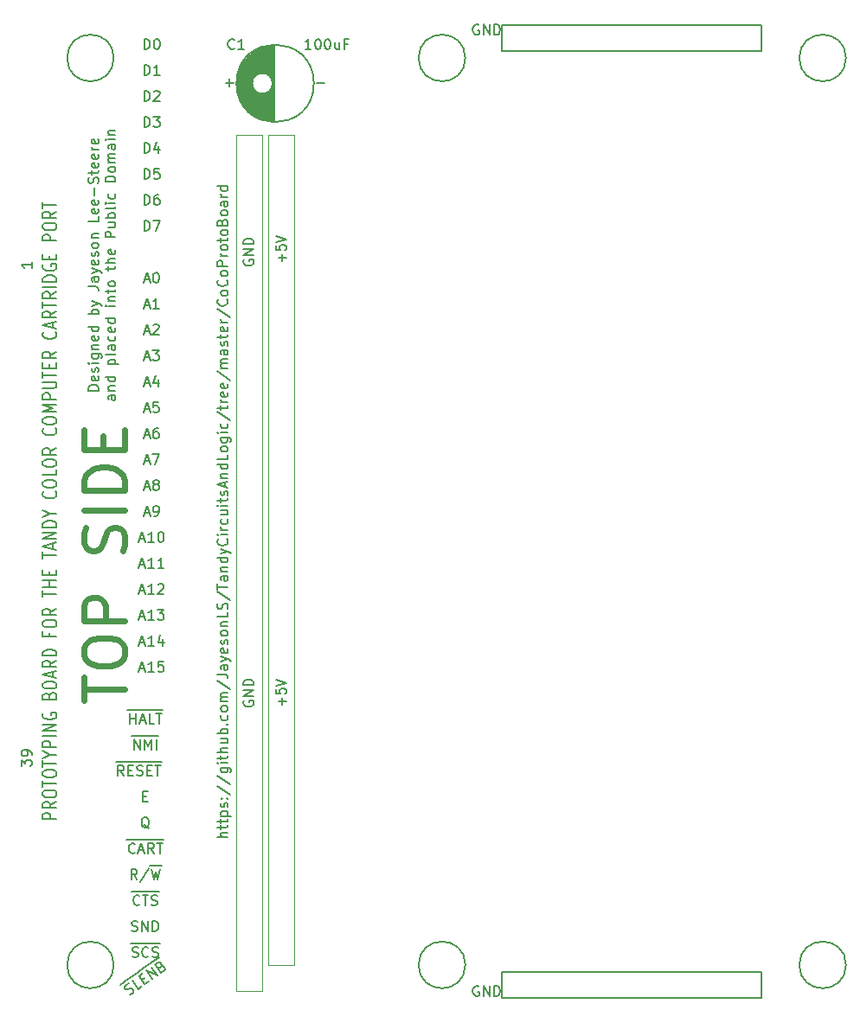
<source format=gto>
%TF.GenerationSoftware,KiCad,Pcbnew,(5.1.9)-1*%
%TF.CreationDate,2021-02-21T18:50:27+08:00*%
%TF.ProjectId,CoCoProtoBoard,436f436f-5072-46f7-946f-426f6172642e,rev?*%
%TF.SameCoordinates,Original*%
%TF.FileFunction,Legend,Top*%
%TF.FilePolarity,Positive*%
%FSLAX46Y46*%
G04 Gerber Fmt 4.6, Leading zero omitted, Abs format (unit mm)*
G04 Created by KiCad (PCBNEW (5.1.9)-1) date 2021-02-21 18:50:27*
%MOMM*%
%LPD*%
G01*
G04 APERTURE LIST*
%ADD10C,0.150000*%
%ADD11C,0.170000*%
%ADD12C,0.600000*%
%ADD13C,0.120000*%
G04 APERTURE END LIST*
D10*
X129159047Y-62158571D02*
X129920952Y-62158571D01*
D11*
X103734714Y-134270714D02*
X102384714Y-134270714D01*
X102384714Y-133855476D01*
X102449000Y-133751666D01*
X102513285Y-133699761D01*
X102641857Y-133647857D01*
X102834714Y-133647857D01*
X102963285Y-133699761D01*
X103027571Y-133751666D01*
X103091857Y-133855476D01*
X103091857Y-134270714D01*
X103734714Y-132557857D02*
X103091857Y-132921190D01*
X103734714Y-133180714D02*
X102384714Y-133180714D01*
X102384714Y-132765476D01*
X102449000Y-132661666D01*
X102513285Y-132609761D01*
X102641857Y-132557857D01*
X102834714Y-132557857D01*
X102963285Y-132609761D01*
X103027571Y-132661666D01*
X103091857Y-132765476D01*
X103091857Y-133180714D01*
X102384714Y-131883095D02*
X102384714Y-131675476D01*
X102449000Y-131571666D01*
X102577571Y-131467857D01*
X102834714Y-131415952D01*
X103284714Y-131415952D01*
X103541857Y-131467857D01*
X103670428Y-131571666D01*
X103734714Y-131675476D01*
X103734714Y-131883095D01*
X103670428Y-131986904D01*
X103541857Y-132090714D01*
X103284714Y-132142619D01*
X102834714Y-132142619D01*
X102577571Y-132090714D01*
X102449000Y-131986904D01*
X102384714Y-131883095D01*
X102384714Y-131104523D02*
X102384714Y-130481666D01*
X103734714Y-130793095D02*
X102384714Y-130793095D01*
X102384714Y-129910714D02*
X102384714Y-129703095D01*
X102449000Y-129599285D01*
X102577571Y-129495476D01*
X102834714Y-129443571D01*
X103284714Y-129443571D01*
X103541857Y-129495476D01*
X103670428Y-129599285D01*
X103734714Y-129703095D01*
X103734714Y-129910714D01*
X103670428Y-130014523D01*
X103541857Y-130118333D01*
X103284714Y-130170238D01*
X102834714Y-130170238D01*
X102577571Y-130118333D01*
X102449000Y-130014523D01*
X102384714Y-129910714D01*
X102384714Y-129132142D02*
X102384714Y-128509285D01*
X103734714Y-128820714D02*
X102384714Y-128820714D01*
X103091857Y-127938333D02*
X103734714Y-127938333D01*
X102384714Y-128301666D02*
X103091857Y-127938333D01*
X102384714Y-127575000D01*
X103734714Y-127211666D02*
X102384714Y-127211666D01*
X102384714Y-126796428D01*
X102449000Y-126692619D01*
X102513285Y-126640714D01*
X102641857Y-126588809D01*
X102834714Y-126588809D01*
X102963285Y-126640714D01*
X103027571Y-126692619D01*
X103091857Y-126796428D01*
X103091857Y-127211666D01*
X103734714Y-126121666D02*
X102384714Y-126121666D01*
X103734714Y-125602619D02*
X102384714Y-125602619D01*
X103734714Y-124979761D01*
X102384714Y-124979761D01*
X102449000Y-123889761D02*
X102384714Y-123993571D01*
X102384714Y-124149285D01*
X102449000Y-124305000D01*
X102577571Y-124408809D01*
X102706142Y-124460714D01*
X102963285Y-124512619D01*
X103156142Y-124512619D01*
X103413285Y-124460714D01*
X103541857Y-124408809D01*
X103670428Y-124305000D01*
X103734714Y-124149285D01*
X103734714Y-124045476D01*
X103670428Y-123889761D01*
X103606142Y-123837857D01*
X103156142Y-123837857D01*
X103156142Y-124045476D01*
X103027571Y-122176904D02*
X103091857Y-122021190D01*
X103156142Y-121969285D01*
X103284714Y-121917380D01*
X103477571Y-121917380D01*
X103606142Y-121969285D01*
X103670428Y-122021190D01*
X103734714Y-122125000D01*
X103734714Y-122540238D01*
X102384714Y-122540238D01*
X102384714Y-122176904D01*
X102449000Y-122073095D01*
X102513285Y-122021190D01*
X102641857Y-121969285D01*
X102770428Y-121969285D01*
X102899000Y-122021190D01*
X102963285Y-122073095D01*
X103027571Y-122176904D01*
X103027571Y-122540238D01*
X102384714Y-121242619D02*
X102384714Y-121035000D01*
X102449000Y-120931190D01*
X102577571Y-120827380D01*
X102834714Y-120775476D01*
X103284714Y-120775476D01*
X103541857Y-120827380D01*
X103670428Y-120931190D01*
X103734714Y-121035000D01*
X103734714Y-121242619D01*
X103670428Y-121346428D01*
X103541857Y-121450238D01*
X103284714Y-121502142D01*
X102834714Y-121502142D01*
X102577571Y-121450238D01*
X102449000Y-121346428D01*
X102384714Y-121242619D01*
X103349000Y-120360238D02*
X103349000Y-119841190D01*
X103734714Y-120464047D02*
X102384714Y-120100714D01*
X103734714Y-119737380D01*
X103734714Y-118751190D02*
X103091857Y-119114523D01*
X103734714Y-119374047D02*
X102384714Y-119374047D01*
X102384714Y-118958809D01*
X102449000Y-118855000D01*
X102513285Y-118803095D01*
X102641857Y-118751190D01*
X102834714Y-118751190D01*
X102963285Y-118803095D01*
X103027571Y-118855000D01*
X103091857Y-118958809D01*
X103091857Y-119374047D01*
X103734714Y-118284047D02*
X102384714Y-118284047D01*
X102384714Y-118024523D01*
X102449000Y-117868809D01*
X102577571Y-117765000D01*
X102706142Y-117713095D01*
X102963285Y-117661190D01*
X103156142Y-117661190D01*
X103413285Y-117713095D01*
X103541857Y-117765000D01*
X103670428Y-117868809D01*
X103734714Y-118024523D01*
X103734714Y-118284047D01*
X103027571Y-116000238D02*
X103027571Y-116363571D01*
X103734714Y-116363571D02*
X102384714Y-116363571D01*
X102384714Y-115844523D01*
X102384714Y-115221666D02*
X102384714Y-115014047D01*
X102449000Y-114910238D01*
X102577571Y-114806428D01*
X102834714Y-114754523D01*
X103284714Y-114754523D01*
X103541857Y-114806428D01*
X103670428Y-114910238D01*
X103734714Y-115014047D01*
X103734714Y-115221666D01*
X103670428Y-115325476D01*
X103541857Y-115429285D01*
X103284714Y-115481190D01*
X102834714Y-115481190D01*
X102577571Y-115429285D01*
X102449000Y-115325476D01*
X102384714Y-115221666D01*
X103734714Y-113664523D02*
X103091857Y-114027857D01*
X103734714Y-114287380D02*
X102384714Y-114287380D01*
X102384714Y-113872142D01*
X102449000Y-113768333D01*
X102513285Y-113716428D01*
X102641857Y-113664523D01*
X102834714Y-113664523D01*
X102963285Y-113716428D01*
X103027571Y-113768333D01*
X103091857Y-113872142D01*
X103091857Y-114287380D01*
X102384714Y-112522619D02*
X102384714Y-111899761D01*
X103734714Y-112211190D02*
X102384714Y-112211190D01*
X103734714Y-111536428D02*
X102384714Y-111536428D01*
X103027571Y-111536428D02*
X103027571Y-110913571D01*
X103734714Y-110913571D02*
X102384714Y-110913571D01*
X103027571Y-110394523D02*
X103027571Y-110031190D01*
X103734714Y-109875476D02*
X103734714Y-110394523D01*
X102384714Y-110394523D01*
X102384714Y-109875476D01*
X102384714Y-108733571D02*
X102384714Y-108110714D01*
X103734714Y-108422142D02*
X102384714Y-108422142D01*
X103349000Y-107799285D02*
X103349000Y-107280238D01*
X103734714Y-107903095D02*
X102384714Y-107539761D01*
X103734714Y-107176428D01*
X103734714Y-106813095D02*
X102384714Y-106813095D01*
X103734714Y-106190238D01*
X102384714Y-106190238D01*
X103734714Y-105671190D02*
X102384714Y-105671190D01*
X102384714Y-105411666D01*
X102449000Y-105255952D01*
X102577571Y-105152142D01*
X102706142Y-105100238D01*
X102963285Y-105048333D01*
X103156142Y-105048333D01*
X103413285Y-105100238D01*
X103541857Y-105152142D01*
X103670428Y-105255952D01*
X103734714Y-105411666D01*
X103734714Y-105671190D01*
X103091857Y-104373571D02*
X103734714Y-104373571D01*
X102384714Y-104736904D02*
X103091857Y-104373571D01*
X102384714Y-104010238D01*
X103606142Y-102193571D02*
X103670428Y-102245476D01*
X103734714Y-102401190D01*
X103734714Y-102505000D01*
X103670428Y-102660714D01*
X103541857Y-102764523D01*
X103413285Y-102816428D01*
X103156142Y-102868333D01*
X102963285Y-102868333D01*
X102706142Y-102816428D01*
X102577571Y-102764523D01*
X102449000Y-102660714D01*
X102384714Y-102505000D01*
X102384714Y-102401190D01*
X102449000Y-102245476D01*
X102513285Y-102193571D01*
X102384714Y-101518809D02*
X102384714Y-101311190D01*
X102449000Y-101207380D01*
X102577571Y-101103571D01*
X102834714Y-101051666D01*
X103284714Y-101051666D01*
X103541857Y-101103571D01*
X103670428Y-101207380D01*
X103734714Y-101311190D01*
X103734714Y-101518809D01*
X103670428Y-101622619D01*
X103541857Y-101726428D01*
X103284714Y-101778333D01*
X102834714Y-101778333D01*
X102577571Y-101726428D01*
X102449000Y-101622619D01*
X102384714Y-101518809D01*
X103734714Y-100065476D02*
X103734714Y-100584523D01*
X102384714Y-100584523D01*
X102384714Y-99494523D02*
X102384714Y-99286904D01*
X102449000Y-99183095D01*
X102577571Y-99079285D01*
X102834714Y-99027380D01*
X103284714Y-99027380D01*
X103541857Y-99079285D01*
X103670428Y-99183095D01*
X103734714Y-99286904D01*
X103734714Y-99494523D01*
X103670428Y-99598333D01*
X103541857Y-99702142D01*
X103284714Y-99754047D01*
X102834714Y-99754047D01*
X102577571Y-99702142D01*
X102449000Y-99598333D01*
X102384714Y-99494523D01*
X103734714Y-97937380D02*
X103091857Y-98300714D01*
X103734714Y-98560238D02*
X102384714Y-98560238D01*
X102384714Y-98145000D01*
X102449000Y-98041190D01*
X102513285Y-97989285D01*
X102641857Y-97937380D01*
X102834714Y-97937380D01*
X102963285Y-97989285D01*
X103027571Y-98041190D01*
X103091857Y-98145000D01*
X103091857Y-98560238D01*
X103606142Y-96016904D02*
X103670428Y-96068809D01*
X103734714Y-96224523D01*
X103734714Y-96328333D01*
X103670428Y-96484047D01*
X103541857Y-96587857D01*
X103413285Y-96639761D01*
X103156142Y-96691666D01*
X102963285Y-96691666D01*
X102706142Y-96639761D01*
X102577571Y-96587857D01*
X102449000Y-96484047D01*
X102384714Y-96328333D01*
X102384714Y-96224523D01*
X102449000Y-96068809D01*
X102513285Y-96016904D01*
X102384714Y-95342142D02*
X102384714Y-95134523D01*
X102449000Y-95030714D01*
X102577571Y-94926904D01*
X102834714Y-94875000D01*
X103284714Y-94875000D01*
X103541857Y-94926904D01*
X103670428Y-95030714D01*
X103734714Y-95134523D01*
X103734714Y-95342142D01*
X103670428Y-95445952D01*
X103541857Y-95549761D01*
X103284714Y-95601666D01*
X102834714Y-95601666D01*
X102577571Y-95549761D01*
X102449000Y-95445952D01*
X102384714Y-95342142D01*
X103734714Y-94407857D02*
X102384714Y-94407857D01*
X103349000Y-94044523D01*
X102384714Y-93681190D01*
X103734714Y-93681190D01*
X103734714Y-93162142D02*
X102384714Y-93162142D01*
X102384714Y-92746904D01*
X102449000Y-92643095D01*
X102513285Y-92591190D01*
X102641857Y-92539285D01*
X102834714Y-92539285D01*
X102963285Y-92591190D01*
X103027571Y-92643095D01*
X103091857Y-92746904D01*
X103091857Y-93162142D01*
X102384714Y-92072142D02*
X103477571Y-92072142D01*
X103606142Y-92020238D01*
X103670428Y-91968333D01*
X103734714Y-91864523D01*
X103734714Y-91656904D01*
X103670428Y-91553095D01*
X103606142Y-91501190D01*
X103477571Y-91449285D01*
X102384714Y-91449285D01*
X102384714Y-91085952D02*
X102384714Y-90463095D01*
X103734714Y-90774523D02*
X102384714Y-90774523D01*
X103027571Y-90099761D02*
X103027571Y-89736428D01*
X103734714Y-89580714D02*
X103734714Y-90099761D01*
X102384714Y-90099761D01*
X102384714Y-89580714D01*
X103734714Y-88490714D02*
X103091857Y-88854047D01*
X103734714Y-89113571D02*
X102384714Y-89113571D01*
X102384714Y-88698333D01*
X102449000Y-88594523D01*
X102513285Y-88542619D01*
X102641857Y-88490714D01*
X102834714Y-88490714D01*
X102963285Y-88542619D01*
X103027571Y-88594523D01*
X103091857Y-88698333D01*
X103091857Y-89113571D01*
X103606142Y-86570238D02*
X103670428Y-86622142D01*
X103734714Y-86777857D01*
X103734714Y-86881666D01*
X103670428Y-87037380D01*
X103541857Y-87141190D01*
X103413285Y-87193095D01*
X103156142Y-87245000D01*
X102963285Y-87245000D01*
X102706142Y-87193095D01*
X102577571Y-87141190D01*
X102449000Y-87037380D01*
X102384714Y-86881666D01*
X102384714Y-86777857D01*
X102449000Y-86622142D01*
X102513285Y-86570238D01*
X103349000Y-86155000D02*
X103349000Y-85635952D01*
X103734714Y-86258809D02*
X102384714Y-85895476D01*
X103734714Y-85532142D01*
X103734714Y-84545952D02*
X103091857Y-84909285D01*
X103734714Y-85168809D02*
X102384714Y-85168809D01*
X102384714Y-84753571D01*
X102449000Y-84649761D01*
X102513285Y-84597857D01*
X102641857Y-84545952D01*
X102834714Y-84545952D01*
X102963285Y-84597857D01*
X103027571Y-84649761D01*
X103091857Y-84753571D01*
X103091857Y-85168809D01*
X102384714Y-84234523D02*
X102384714Y-83611666D01*
X103734714Y-83923095D02*
X102384714Y-83923095D01*
X103734714Y-82625476D02*
X103091857Y-82988809D01*
X103734714Y-83248333D02*
X102384714Y-83248333D01*
X102384714Y-82833095D01*
X102449000Y-82729285D01*
X102513285Y-82677380D01*
X102641857Y-82625476D01*
X102834714Y-82625476D01*
X102963285Y-82677380D01*
X103027571Y-82729285D01*
X103091857Y-82833095D01*
X103091857Y-83248333D01*
X103734714Y-82158333D02*
X102384714Y-82158333D01*
X103734714Y-81639285D02*
X102384714Y-81639285D01*
X102384714Y-81379761D01*
X102449000Y-81224047D01*
X102577571Y-81120238D01*
X102706142Y-81068333D01*
X102963285Y-81016428D01*
X103156142Y-81016428D01*
X103413285Y-81068333D01*
X103541857Y-81120238D01*
X103670428Y-81224047D01*
X103734714Y-81379761D01*
X103734714Y-81639285D01*
X102449000Y-79978333D02*
X102384714Y-80082142D01*
X102384714Y-80237857D01*
X102449000Y-80393571D01*
X102577571Y-80497380D01*
X102706142Y-80549285D01*
X102963285Y-80601190D01*
X103156142Y-80601190D01*
X103413285Y-80549285D01*
X103541857Y-80497380D01*
X103670428Y-80393571D01*
X103734714Y-80237857D01*
X103734714Y-80134047D01*
X103670428Y-79978333D01*
X103606142Y-79926428D01*
X103156142Y-79926428D01*
X103156142Y-80134047D01*
X103027571Y-79459285D02*
X103027571Y-79095952D01*
X103734714Y-78940238D02*
X103734714Y-79459285D01*
X102384714Y-79459285D01*
X102384714Y-78940238D01*
X103734714Y-77642619D02*
X102384714Y-77642619D01*
X102384714Y-77227380D01*
X102449000Y-77123571D01*
X102513285Y-77071666D01*
X102641857Y-77019761D01*
X102834714Y-77019761D01*
X102963285Y-77071666D01*
X103027571Y-77123571D01*
X103091857Y-77227380D01*
X103091857Y-77642619D01*
X102384714Y-76344999D02*
X102384714Y-76137380D01*
X102449000Y-76033571D01*
X102577571Y-75929761D01*
X102834714Y-75877857D01*
X103284714Y-75877857D01*
X103541857Y-75929761D01*
X103670428Y-76033571D01*
X103734714Y-76137380D01*
X103734714Y-76344999D01*
X103670428Y-76448809D01*
X103541857Y-76552619D01*
X103284714Y-76604523D01*
X102834714Y-76604523D01*
X102577571Y-76552619D01*
X102449000Y-76448809D01*
X102384714Y-76344999D01*
X103734714Y-74787857D02*
X103091857Y-75151190D01*
X103734714Y-75410714D02*
X102384714Y-75410714D01*
X102384714Y-74995476D01*
X102449000Y-74891666D01*
X102513285Y-74839761D01*
X102641857Y-74787857D01*
X102834714Y-74787857D01*
X102963285Y-74839761D01*
X103027571Y-74891666D01*
X103091857Y-74995476D01*
X103091857Y-75410714D01*
X102384714Y-74476428D02*
X102384714Y-73853571D01*
X103734714Y-74164999D02*
X102384714Y-74164999D01*
D10*
X172720000Y-151765000D02*
X147320000Y-151765000D01*
X147320000Y-149225000D02*
X172720000Y-149225000D01*
X147320000Y-151765000D02*
X147320000Y-149225000D01*
X172720000Y-149225000D02*
X172720000Y-151765000D01*
X145034095Y-150630000D02*
X144938857Y-150582380D01*
X144796000Y-150582380D01*
X144653142Y-150630000D01*
X144557904Y-150725238D01*
X144510285Y-150820476D01*
X144462666Y-151010952D01*
X144462666Y-151153809D01*
X144510285Y-151344285D01*
X144557904Y-151439523D01*
X144653142Y-151534761D01*
X144796000Y-151582380D01*
X144891238Y-151582380D01*
X145034095Y-151534761D01*
X145081714Y-151487142D01*
X145081714Y-151153809D01*
X144891238Y-151153809D01*
X145510285Y-151582380D02*
X145510285Y-150582380D01*
X146081714Y-151582380D01*
X146081714Y-150582380D01*
X146557904Y-151582380D02*
X146557904Y-150582380D01*
X146796000Y-150582380D01*
X146938857Y-150630000D01*
X147034095Y-150725238D01*
X147081714Y-150820476D01*
X147129333Y-151010952D01*
X147129333Y-151153809D01*
X147081714Y-151344285D01*
X147034095Y-151439523D01*
X146938857Y-151534761D01*
X146796000Y-151582380D01*
X146557904Y-151582380D01*
X145034095Y-56523000D02*
X144938857Y-56475380D01*
X144796000Y-56475380D01*
X144653142Y-56523000D01*
X144557904Y-56618238D01*
X144510285Y-56713476D01*
X144462666Y-56903952D01*
X144462666Y-57046809D01*
X144510285Y-57237285D01*
X144557904Y-57332523D01*
X144653142Y-57427761D01*
X144796000Y-57475380D01*
X144891238Y-57475380D01*
X145034095Y-57427761D01*
X145081714Y-57380142D01*
X145081714Y-57046809D01*
X144891238Y-57046809D01*
X145510285Y-57475380D02*
X145510285Y-56475380D01*
X146081714Y-57475380D01*
X146081714Y-56475380D01*
X146557904Y-57475380D02*
X146557904Y-56475380D01*
X146796000Y-56475380D01*
X146938857Y-56523000D01*
X147034095Y-56618238D01*
X147081714Y-56713476D01*
X147129333Y-56903952D01*
X147129333Y-57046809D01*
X147081714Y-57237285D01*
X147034095Y-57332523D01*
X146938857Y-57427761D01*
X146796000Y-57475380D01*
X146557904Y-57475380D01*
X147320000Y-59055000D02*
X147320000Y-56515000D01*
X172720000Y-59055000D02*
X147320000Y-59055000D01*
X172720000Y-56515000D02*
X172720000Y-59055000D01*
X147320000Y-56515000D02*
X172720000Y-56515000D01*
X120467380Y-135997142D02*
X119467380Y-135997142D01*
X120467380Y-135568571D02*
X119943571Y-135568571D01*
X119848333Y-135616190D01*
X119800714Y-135711428D01*
X119800714Y-135854285D01*
X119848333Y-135949523D01*
X119895952Y-135997142D01*
X119800714Y-135235238D02*
X119800714Y-134854285D01*
X119467380Y-135092380D02*
X120324523Y-135092380D01*
X120419761Y-135044761D01*
X120467380Y-134949523D01*
X120467380Y-134854285D01*
X119800714Y-134663809D02*
X119800714Y-134282857D01*
X119467380Y-134520952D02*
X120324523Y-134520952D01*
X120419761Y-134473333D01*
X120467380Y-134378095D01*
X120467380Y-134282857D01*
X119800714Y-133949523D02*
X120800714Y-133949523D01*
X119848333Y-133949523D02*
X119800714Y-133854285D01*
X119800714Y-133663809D01*
X119848333Y-133568571D01*
X119895952Y-133520952D01*
X119991190Y-133473333D01*
X120276904Y-133473333D01*
X120372142Y-133520952D01*
X120419761Y-133568571D01*
X120467380Y-133663809D01*
X120467380Y-133854285D01*
X120419761Y-133949523D01*
X120419761Y-133092380D02*
X120467380Y-132997142D01*
X120467380Y-132806666D01*
X120419761Y-132711428D01*
X120324523Y-132663809D01*
X120276904Y-132663809D01*
X120181666Y-132711428D01*
X120134047Y-132806666D01*
X120134047Y-132949523D01*
X120086428Y-133044761D01*
X119991190Y-133092380D01*
X119943571Y-133092380D01*
X119848333Y-133044761D01*
X119800714Y-132949523D01*
X119800714Y-132806666D01*
X119848333Y-132711428D01*
X120372142Y-132235238D02*
X120419761Y-132187619D01*
X120467380Y-132235238D01*
X120419761Y-132282857D01*
X120372142Y-132235238D01*
X120467380Y-132235238D01*
X119848333Y-132235238D02*
X119895952Y-132187619D01*
X119943571Y-132235238D01*
X119895952Y-132282857D01*
X119848333Y-132235238D01*
X119943571Y-132235238D01*
X119419761Y-131044761D02*
X120705476Y-131901904D01*
X119419761Y-129997142D02*
X120705476Y-130854285D01*
X119800714Y-129235238D02*
X120610238Y-129235238D01*
X120705476Y-129282857D01*
X120753095Y-129330476D01*
X120800714Y-129425714D01*
X120800714Y-129568571D01*
X120753095Y-129663809D01*
X120419761Y-129235238D02*
X120467380Y-129330476D01*
X120467380Y-129520952D01*
X120419761Y-129616190D01*
X120372142Y-129663809D01*
X120276904Y-129711428D01*
X119991190Y-129711428D01*
X119895952Y-129663809D01*
X119848333Y-129616190D01*
X119800714Y-129520952D01*
X119800714Y-129330476D01*
X119848333Y-129235238D01*
X120467380Y-128759047D02*
X119800714Y-128759047D01*
X119467380Y-128759047D02*
X119515000Y-128806666D01*
X119562619Y-128759047D01*
X119515000Y-128711428D01*
X119467380Y-128759047D01*
X119562619Y-128759047D01*
X119800714Y-128425714D02*
X119800714Y-128044761D01*
X119467380Y-128282857D02*
X120324523Y-128282857D01*
X120419761Y-128235238D01*
X120467380Y-128140000D01*
X120467380Y-128044761D01*
X120467380Y-127711428D02*
X119467380Y-127711428D01*
X120467380Y-127282857D02*
X119943571Y-127282857D01*
X119848333Y-127330476D01*
X119800714Y-127425714D01*
X119800714Y-127568571D01*
X119848333Y-127663809D01*
X119895952Y-127711428D01*
X119800714Y-126378095D02*
X120467380Y-126378095D01*
X119800714Y-126806666D02*
X120324523Y-126806666D01*
X120419761Y-126759047D01*
X120467380Y-126663809D01*
X120467380Y-126520952D01*
X120419761Y-126425714D01*
X120372142Y-126378095D01*
X120467380Y-125901904D02*
X119467380Y-125901904D01*
X119848333Y-125901904D02*
X119800714Y-125806666D01*
X119800714Y-125616190D01*
X119848333Y-125520952D01*
X119895952Y-125473333D01*
X119991190Y-125425714D01*
X120276904Y-125425714D01*
X120372142Y-125473333D01*
X120419761Y-125520952D01*
X120467380Y-125616190D01*
X120467380Y-125806666D01*
X120419761Y-125901904D01*
X120372142Y-124997142D02*
X120419761Y-124949523D01*
X120467380Y-124997142D01*
X120419761Y-125044761D01*
X120372142Y-124997142D01*
X120467380Y-124997142D01*
X120419761Y-124092380D02*
X120467380Y-124187619D01*
X120467380Y-124378095D01*
X120419761Y-124473333D01*
X120372142Y-124520952D01*
X120276904Y-124568571D01*
X119991190Y-124568571D01*
X119895952Y-124520952D01*
X119848333Y-124473333D01*
X119800714Y-124378095D01*
X119800714Y-124187619D01*
X119848333Y-124092380D01*
X120467380Y-123520952D02*
X120419761Y-123616190D01*
X120372142Y-123663809D01*
X120276904Y-123711428D01*
X119991190Y-123711428D01*
X119895952Y-123663809D01*
X119848333Y-123616190D01*
X119800714Y-123520952D01*
X119800714Y-123378095D01*
X119848333Y-123282857D01*
X119895952Y-123235238D01*
X119991190Y-123187619D01*
X120276904Y-123187619D01*
X120372142Y-123235238D01*
X120419761Y-123282857D01*
X120467380Y-123378095D01*
X120467380Y-123520952D01*
X120467380Y-122759047D02*
X119800714Y-122759047D01*
X119895952Y-122759047D02*
X119848333Y-122711428D01*
X119800714Y-122616190D01*
X119800714Y-122473333D01*
X119848333Y-122378095D01*
X119943571Y-122330476D01*
X120467380Y-122330476D01*
X119943571Y-122330476D02*
X119848333Y-122282857D01*
X119800714Y-122187619D01*
X119800714Y-122044761D01*
X119848333Y-121949523D01*
X119943571Y-121901904D01*
X120467380Y-121901904D01*
X119419761Y-120711428D02*
X120705476Y-121568571D01*
X119467380Y-120092380D02*
X120181666Y-120092380D01*
X120324523Y-120140000D01*
X120419761Y-120235238D01*
X120467380Y-120378095D01*
X120467380Y-120473333D01*
X120467380Y-119187619D02*
X119943571Y-119187619D01*
X119848333Y-119235238D01*
X119800714Y-119330476D01*
X119800714Y-119520952D01*
X119848333Y-119616190D01*
X120419761Y-119187619D02*
X120467380Y-119282857D01*
X120467380Y-119520952D01*
X120419761Y-119616190D01*
X120324523Y-119663809D01*
X120229285Y-119663809D01*
X120134047Y-119616190D01*
X120086428Y-119520952D01*
X120086428Y-119282857D01*
X120038809Y-119187619D01*
X119800714Y-118806666D02*
X120467380Y-118568571D01*
X119800714Y-118330476D02*
X120467380Y-118568571D01*
X120705476Y-118663809D01*
X120753095Y-118711428D01*
X120800714Y-118806666D01*
X120419761Y-117568571D02*
X120467380Y-117663809D01*
X120467380Y-117854285D01*
X120419761Y-117949523D01*
X120324523Y-117997142D01*
X119943571Y-117997142D01*
X119848333Y-117949523D01*
X119800714Y-117854285D01*
X119800714Y-117663809D01*
X119848333Y-117568571D01*
X119943571Y-117520952D01*
X120038809Y-117520952D01*
X120134047Y-117997142D01*
X120419761Y-117140000D02*
X120467380Y-117044761D01*
X120467380Y-116854285D01*
X120419761Y-116759047D01*
X120324523Y-116711428D01*
X120276904Y-116711428D01*
X120181666Y-116759047D01*
X120134047Y-116854285D01*
X120134047Y-116997142D01*
X120086428Y-117092380D01*
X119991190Y-117140000D01*
X119943571Y-117140000D01*
X119848333Y-117092380D01*
X119800714Y-116997142D01*
X119800714Y-116854285D01*
X119848333Y-116759047D01*
X120467380Y-116140000D02*
X120419761Y-116235238D01*
X120372142Y-116282857D01*
X120276904Y-116330476D01*
X119991190Y-116330476D01*
X119895952Y-116282857D01*
X119848333Y-116235238D01*
X119800714Y-116140000D01*
X119800714Y-115997142D01*
X119848333Y-115901904D01*
X119895952Y-115854285D01*
X119991190Y-115806666D01*
X120276904Y-115806666D01*
X120372142Y-115854285D01*
X120419761Y-115901904D01*
X120467380Y-115997142D01*
X120467380Y-116140000D01*
X119800714Y-115378095D02*
X120467380Y-115378095D01*
X119895952Y-115378095D02*
X119848333Y-115330476D01*
X119800714Y-115235238D01*
X119800714Y-115092380D01*
X119848333Y-114997142D01*
X119943571Y-114949523D01*
X120467380Y-114949523D01*
X120467380Y-113997142D02*
X120467380Y-114473333D01*
X119467380Y-114473333D01*
X120419761Y-113711428D02*
X120467380Y-113568571D01*
X120467380Y-113330476D01*
X120419761Y-113235238D01*
X120372142Y-113187619D01*
X120276904Y-113140000D01*
X120181666Y-113140000D01*
X120086428Y-113187619D01*
X120038809Y-113235238D01*
X119991190Y-113330476D01*
X119943571Y-113520952D01*
X119895952Y-113616190D01*
X119848333Y-113663809D01*
X119753095Y-113711428D01*
X119657857Y-113711428D01*
X119562619Y-113663809D01*
X119515000Y-113616190D01*
X119467380Y-113520952D01*
X119467380Y-113282857D01*
X119515000Y-113140000D01*
X119419761Y-111997142D02*
X120705476Y-112854285D01*
X119467380Y-111806666D02*
X119467380Y-111235238D01*
X120467380Y-111520952D02*
X119467380Y-111520952D01*
X120467380Y-110473333D02*
X119943571Y-110473333D01*
X119848333Y-110520952D01*
X119800714Y-110616190D01*
X119800714Y-110806666D01*
X119848333Y-110901904D01*
X120419761Y-110473333D02*
X120467380Y-110568571D01*
X120467380Y-110806666D01*
X120419761Y-110901904D01*
X120324523Y-110949523D01*
X120229285Y-110949523D01*
X120134047Y-110901904D01*
X120086428Y-110806666D01*
X120086428Y-110568571D01*
X120038809Y-110473333D01*
X119800714Y-109997142D02*
X120467380Y-109997142D01*
X119895952Y-109997142D02*
X119848333Y-109949523D01*
X119800714Y-109854285D01*
X119800714Y-109711428D01*
X119848333Y-109616190D01*
X119943571Y-109568571D01*
X120467380Y-109568571D01*
X120467380Y-108663809D02*
X119467380Y-108663809D01*
X120419761Y-108663809D02*
X120467380Y-108759047D01*
X120467380Y-108949523D01*
X120419761Y-109044761D01*
X120372142Y-109092380D01*
X120276904Y-109140000D01*
X119991190Y-109140000D01*
X119895952Y-109092380D01*
X119848333Y-109044761D01*
X119800714Y-108949523D01*
X119800714Y-108759047D01*
X119848333Y-108663809D01*
X119800714Y-108282857D02*
X120467380Y-108044761D01*
X119800714Y-107806666D02*
X120467380Y-108044761D01*
X120705476Y-108140000D01*
X120753095Y-108187619D01*
X120800714Y-108282857D01*
X120372142Y-106854285D02*
X120419761Y-106901904D01*
X120467380Y-107044761D01*
X120467380Y-107140000D01*
X120419761Y-107282857D01*
X120324523Y-107378095D01*
X120229285Y-107425714D01*
X120038809Y-107473333D01*
X119895952Y-107473333D01*
X119705476Y-107425714D01*
X119610238Y-107378095D01*
X119515000Y-107282857D01*
X119467380Y-107140000D01*
X119467380Y-107044761D01*
X119515000Y-106901904D01*
X119562619Y-106854285D01*
X120467380Y-106425714D02*
X119800714Y-106425714D01*
X119467380Y-106425714D02*
X119515000Y-106473333D01*
X119562619Y-106425714D01*
X119515000Y-106378095D01*
X119467380Y-106425714D01*
X119562619Y-106425714D01*
X120467380Y-105949523D02*
X119800714Y-105949523D01*
X119991190Y-105949523D02*
X119895952Y-105901904D01*
X119848333Y-105854285D01*
X119800714Y-105759047D01*
X119800714Y-105663809D01*
X120419761Y-104901904D02*
X120467380Y-104997142D01*
X120467380Y-105187619D01*
X120419761Y-105282857D01*
X120372142Y-105330476D01*
X120276904Y-105378095D01*
X119991190Y-105378095D01*
X119895952Y-105330476D01*
X119848333Y-105282857D01*
X119800714Y-105187619D01*
X119800714Y-104997142D01*
X119848333Y-104901904D01*
X119800714Y-104044761D02*
X120467380Y-104044761D01*
X119800714Y-104473333D02*
X120324523Y-104473333D01*
X120419761Y-104425714D01*
X120467380Y-104330476D01*
X120467380Y-104187619D01*
X120419761Y-104092380D01*
X120372142Y-104044761D01*
X120467380Y-103568571D02*
X119800714Y-103568571D01*
X119467380Y-103568571D02*
X119515000Y-103616190D01*
X119562619Y-103568571D01*
X119515000Y-103520952D01*
X119467380Y-103568571D01*
X119562619Y-103568571D01*
X119800714Y-103235238D02*
X119800714Y-102854285D01*
X119467380Y-103092380D02*
X120324523Y-103092380D01*
X120419761Y-103044761D01*
X120467380Y-102949523D01*
X120467380Y-102854285D01*
X120419761Y-102568571D02*
X120467380Y-102473333D01*
X120467380Y-102282857D01*
X120419761Y-102187619D01*
X120324523Y-102140000D01*
X120276904Y-102140000D01*
X120181666Y-102187619D01*
X120134047Y-102282857D01*
X120134047Y-102425714D01*
X120086428Y-102520952D01*
X119991190Y-102568571D01*
X119943571Y-102568571D01*
X119848333Y-102520952D01*
X119800714Y-102425714D01*
X119800714Y-102282857D01*
X119848333Y-102187619D01*
X120181666Y-101759047D02*
X120181666Y-101282857D01*
X120467380Y-101854285D02*
X119467380Y-101520952D01*
X120467380Y-101187619D01*
X119800714Y-100854285D02*
X120467380Y-100854285D01*
X119895952Y-100854285D02*
X119848333Y-100806666D01*
X119800714Y-100711428D01*
X119800714Y-100568571D01*
X119848333Y-100473333D01*
X119943571Y-100425714D01*
X120467380Y-100425714D01*
X120467380Y-99520952D02*
X119467380Y-99520952D01*
X120419761Y-99520952D02*
X120467380Y-99616190D01*
X120467380Y-99806666D01*
X120419761Y-99901904D01*
X120372142Y-99949523D01*
X120276904Y-99997142D01*
X119991190Y-99997142D01*
X119895952Y-99949523D01*
X119848333Y-99901904D01*
X119800714Y-99806666D01*
X119800714Y-99616190D01*
X119848333Y-99520952D01*
X120467380Y-98568571D02*
X120467380Y-99044761D01*
X119467380Y-99044761D01*
X120467380Y-98092380D02*
X120419761Y-98187619D01*
X120372142Y-98235238D01*
X120276904Y-98282857D01*
X119991190Y-98282857D01*
X119895952Y-98235238D01*
X119848333Y-98187619D01*
X119800714Y-98092380D01*
X119800714Y-97949523D01*
X119848333Y-97854285D01*
X119895952Y-97806666D01*
X119991190Y-97759047D01*
X120276904Y-97759047D01*
X120372142Y-97806666D01*
X120419761Y-97854285D01*
X120467380Y-97949523D01*
X120467380Y-98092380D01*
X119800714Y-96901904D02*
X120610238Y-96901904D01*
X120705476Y-96949523D01*
X120753095Y-96997142D01*
X120800714Y-97092380D01*
X120800714Y-97235238D01*
X120753095Y-97330476D01*
X120419761Y-96901904D02*
X120467380Y-96997142D01*
X120467380Y-97187619D01*
X120419761Y-97282857D01*
X120372142Y-97330476D01*
X120276904Y-97378095D01*
X119991190Y-97378095D01*
X119895952Y-97330476D01*
X119848333Y-97282857D01*
X119800714Y-97187619D01*
X119800714Y-96997142D01*
X119848333Y-96901904D01*
X120467380Y-96425714D02*
X119800714Y-96425714D01*
X119467380Y-96425714D02*
X119515000Y-96473333D01*
X119562619Y-96425714D01*
X119515000Y-96378095D01*
X119467380Y-96425714D01*
X119562619Y-96425714D01*
X120419761Y-95520952D02*
X120467380Y-95616190D01*
X120467380Y-95806666D01*
X120419761Y-95901904D01*
X120372142Y-95949523D01*
X120276904Y-95997142D01*
X119991190Y-95997142D01*
X119895952Y-95949523D01*
X119848333Y-95901904D01*
X119800714Y-95806666D01*
X119800714Y-95616190D01*
X119848333Y-95520952D01*
X119419761Y-94378095D02*
X120705476Y-95235238D01*
X119800714Y-94187619D02*
X119800714Y-93806666D01*
X119467380Y-94044761D02*
X120324523Y-94044761D01*
X120419761Y-93997142D01*
X120467380Y-93901904D01*
X120467380Y-93806666D01*
X120467380Y-93473333D02*
X119800714Y-93473333D01*
X119991190Y-93473333D02*
X119895952Y-93425714D01*
X119848333Y-93378095D01*
X119800714Y-93282857D01*
X119800714Y-93187619D01*
X120419761Y-92473333D02*
X120467380Y-92568571D01*
X120467380Y-92759047D01*
X120419761Y-92854285D01*
X120324523Y-92901904D01*
X119943571Y-92901904D01*
X119848333Y-92854285D01*
X119800714Y-92759047D01*
X119800714Y-92568571D01*
X119848333Y-92473333D01*
X119943571Y-92425714D01*
X120038809Y-92425714D01*
X120134047Y-92901904D01*
X120419761Y-91616190D02*
X120467380Y-91711428D01*
X120467380Y-91901904D01*
X120419761Y-91997142D01*
X120324523Y-92044761D01*
X119943571Y-92044761D01*
X119848333Y-91997142D01*
X119800714Y-91901904D01*
X119800714Y-91711428D01*
X119848333Y-91616190D01*
X119943571Y-91568571D01*
X120038809Y-91568571D01*
X120134047Y-92044761D01*
X119419761Y-90425714D02*
X120705476Y-91282857D01*
X120467380Y-90092380D02*
X119800714Y-90092380D01*
X119895952Y-90092380D02*
X119848333Y-90044761D01*
X119800714Y-89949523D01*
X119800714Y-89806666D01*
X119848333Y-89711428D01*
X119943571Y-89663809D01*
X120467380Y-89663809D01*
X119943571Y-89663809D02*
X119848333Y-89616190D01*
X119800714Y-89520952D01*
X119800714Y-89378095D01*
X119848333Y-89282857D01*
X119943571Y-89235238D01*
X120467380Y-89235238D01*
X120467380Y-88330476D02*
X119943571Y-88330476D01*
X119848333Y-88378095D01*
X119800714Y-88473333D01*
X119800714Y-88663809D01*
X119848333Y-88759047D01*
X120419761Y-88330476D02*
X120467380Y-88425714D01*
X120467380Y-88663809D01*
X120419761Y-88759047D01*
X120324523Y-88806666D01*
X120229285Y-88806666D01*
X120134047Y-88759047D01*
X120086428Y-88663809D01*
X120086428Y-88425714D01*
X120038809Y-88330476D01*
X120419761Y-87901904D02*
X120467380Y-87806666D01*
X120467380Y-87616190D01*
X120419761Y-87520952D01*
X120324523Y-87473333D01*
X120276904Y-87473333D01*
X120181666Y-87520952D01*
X120134047Y-87616190D01*
X120134047Y-87759047D01*
X120086428Y-87854285D01*
X119991190Y-87901904D01*
X119943571Y-87901904D01*
X119848333Y-87854285D01*
X119800714Y-87759047D01*
X119800714Y-87616190D01*
X119848333Y-87520952D01*
X119800714Y-87187619D02*
X119800714Y-86806666D01*
X119467380Y-87044761D02*
X120324523Y-87044761D01*
X120419761Y-86997142D01*
X120467380Y-86901904D01*
X120467380Y-86806666D01*
X120419761Y-86092380D02*
X120467380Y-86187619D01*
X120467380Y-86378095D01*
X120419761Y-86473333D01*
X120324523Y-86520952D01*
X119943571Y-86520952D01*
X119848333Y-86473333D01*
X119800714Y-86378095D01*
X119800714Y-86187619D01*
X119848333Y-86092380D01*
X119943571Y-86044761D01*
X120038809Y-86044761D01*
X120134047Y-86520952D01*
X120467380Y-85616190D02*
X119800714Y-85616190D01*
X119991190Y-85616190D02*
X119895952Y-85568571D01*
X119848333Y-85520952D01*
X119800714Y-85425714D01*
X119800714Y-85330476D01*
X119419761Y-84282857D02*
X120705476Y-85140000D01*
X120372142Y-83378095D02*
X120419761Y-83425714D01*
X120467380Y-83568571D01*
X120467380Y-83663809D01*
X120419761Y-83806666D01*
X120324523Y-83901904D01*
X120229285Y-83949523D01*
X120038809Y-83997142D01*
X119895952Y-83997142D01*
X119705476Y-83949523D01*
X119610238Y-83901904D01*
X119515000Y-83806666D01*
X119467380Y-83663809D01*
X119467380Y-83568571D01*
X119515000Y-83425714D01*
X119562619Y-83378095D01*
X120467380Y-82806666D02*
X120419761Y-82901904D01*
X120372142Y-82949523D01*
X120276904Y-82997142D01*
X119991190Y-82997142D01*
X119895952Y-82949523D01*
X119848333Y-82901904D01*
X119800714Y-82806666D01*
X119800714Y-82663809D01*
X119848333Y-82568571D01*
X119895952Y-82520952D01*
X119991190Y-82473333D01*
X120276904Y-82473333D01*
X120372142Y-82520952D01*
X120419761Y-82568571D01*
X120467380Y-82663809D01*
X120467380Y-82806666D01*
X120372142Y-81473333D02*
X120419761Y-81520952D01*
X120467380Y-81663809D01*
X120467380Y-81759047D01*
X120419761Y-81901904D01*
X120324523Y-81997142D01*
X120229285Y-82044761D01*
X120038809Y-82092380D01*
X119895952Y-82092380D01*
X119705476Y-82044761D01*
X119610238Y-81997142D01*
X119515000Y-81901904D01*
X119467380Y-81759047D01*
X119467380Y-81663809D01*
X119515000Y-81520952D01*
X119562619Y-81473333D01*
X120467380Y-80901904D02*
X120419761Y-80997142D01*
X120372142Y-81044761D01*
X120276904Y-81092380D01*
X119991190Y-81092380D01*
X119895952Y-81044761D01*
X119848333Y-80997142D01*
X119800714Y-80901904D01*
X119800714Y-80759047D01*
X119848333Y-80663809D01*
X119895952Y-80616190D01*
X119991190Y-80568571D01*
X120276904Y-80568571D01*
X120372142Y-80616190D01*
X120419761Y-80663809D01*
X120467380Y-80759047D01*
X120467380Y-80901904D01*
X120467380Y-80140000D02*
X119467380Y-80140000D01*
X119467380Y-79759047D01*
X119515000Y-79663809D01*
X119562619Y-79616190D01*
X119657857Y-79568571D01*
X119800714Y-79568571D01*
X119895952Y-79616190D01*
X119943571Y-79663809D01*
X119991190Y-79759047D01*
X119991190Y-80140000D01*
X120467380Y-79140000D02*
X119800714Y-79140000D01*
X119991190Y-79140000D02*
X119895952Y-79092380D01*
X119848333Y-79044761D01*
X119800714Y-78949523D01*
X119800714Y-78854285D01*
X120467380Y-78378095D02*
X120419761Y-78473333D01*
X120372142Y-78520952D01*
X120276904Y-78568571D01*
X119991190Y-78568571D01*
X119895952Y-78520952D01*
X119848333Y-78473333D01*
X119800714Y-78378095D01*
X119800714Y-78235238D01*
X119848333Y-78140000D01*
X119895952Y-78092380D01*
X119991190Y-78044761D01*
X120276904Y-78044761D01*
X120372142Y-78092380D01*
X120419761Y-78140000D01*
X120467380Y-78235238D01*
X120467380Y-78378095D01*
X119800714Y-77759047D02*
X119800714Y-77378095D01*
X119467380Y-77616190D02*
X120324523Y-77616190D01*
X120419761Y-77568571D01*
X120467380Y-77473333D01*
X120467380Y-77378095D01*
X120467380Y-76901904D02*
X120419761Y-76997142D01*
X120372142Y-77044761D01*
X120276904Y-77092380D01*
X119991190Y-77092380D01*
X119895952Y-77044761D01*
X119848333Y-76997142D01*
X119800714Y-76901904D01*
X119800714Y-76759047D01*
X119848333Y-76663809D01*
X119895952Y-76616190D01*
X119991190Y-76568571D01*
X120276904Y-76568571D01*
X120372142Y-76616190D01*
X120419761Y-76663809D01*
X120467380Y-76759047D01*
X120467380Y-76901904D01*
X119943571Y-75806666D02*
X119991190Y-75663809D01*
X120038809Y-75616190D01*
X120134047Y-75568571D01*
X120276904Y-75568571D01*
X120372142Y-75616190D01*
X120419761Y-75663809D01*
X120467380Y-75759047D01*
X120467380Y-76140000D01*
X119467380Y-76140000D01*
X119467380Y-75806666D01*
X119515000Y-75711428D01*
X119562619Y-75663809D01*
X119657857Y-75616190D01*
X119753095Y-75616190D01*
X119848333Y-75663809D01*
X119895952Y-75711428D01*
X119943571Y-75806666D01*
X119943571Y-76140000D01*
X120467380Y-74997142D02*
X120419761Y-75092380D01*
X120372142Y-75140000D01*
X120276904Y-75187619D01*
X119991190Y-75187619D01*
X119895952Y-75140000D01*
X119848333Y-75092380D01*
X119800714Y-74997142D01*
X119800714Y-74854285D01*
X119848333Y-74759047D01*
X119895952Y-74711428D01*
X119991190Y-74663809D01*
X120276904Y-74663809D01*
X120372142Y-74711428D01*
X120419761Y-74759047D01*
X120467380Y-74854285D01*
X120467380Y-74997142D01*
X120467380Y-73806666D02*
X119943571Y-73806666D01*
X119848333Y-73854285D01*
X119800714Y-73949523D01*
X119800714Y-74140000D01*
X119848333Y-74235238D01*
X120419761Y-73806666D02*
X120467380Y-73901904D01*
X120467380Y-74140000D01*
X120419761Y-74235238D01*
X120324523Y-74282857D01*
X120229285Y-74282857D01*
X120134047Y-74235238D01*
X120086428Y-74140000D01*
X120086428Y-73901904D01*
X120038809Y-73806666D01*
X120467380Y-73330476D02*
X119800714Y-73330476D01*
X119991190Y-73330476D02*
X119895952Y-73282857D01*
X119848333Y-73235238D01*
X119800714Y-73140000D01*
X119800714Y-73044761D01*
X120467380Y-72282857D02*
X119467380Y-72282857D01*
X120419761Y-72282857D02*
X120467380Y-72378095D01*
X120467380Y-72568571D01*
X120419761Y-72663809D01*
X120372142Y-72711428D01*
X120276904Y-72759047D01*
X119991190Y-72759047D01*
X119895952Y-72711428D01*
X119848333Y-72663809D01*
X119800714Y-72568571D01*
X119800714Y-72378095D01*
X119848333Y-72282857D01*
X107831380Y-92295714D02*
X106831380Y-92295714D01*
X106831380Y-92057619D01*
X106879000Y-91914761D01*
X106974238Y-91819523D01*
X107069476Y-91771904D01*
X107259952Y-91724285D01*
X107402809Y-91724285D01*
X107593285Y-91771904D01*
X107688523Y-91819523D01*
X107783761Y-91914761D01*
X107831380Y-92057619D01*
X107831380Y-92295714D01*
X107783761Y-90914761D02*
X107831380Y-91010000D01*
X107831380Y-91200476D01*
X107783761Y-91295714D01*
X107688523Y-91343333D01*
X107307571Y-91343333D01*
X107212333Y-91295714D01*
X107164714Y-91200476D01*
X107164714Y-91010000D01*
X107212333Y-90914761D01*
X107307571Y-90867142D01*
X107402809Y-90867142D01*
X107498047Y-91343333D01*
X107783761Y-90486190D02*
X107831380Y-90390952D01*
X107831380Y-90200476D01*
X107783761Y-90105238D01*
X107688523Y-90057619D01*
X107640904Y-90057619D01*
X107545666Y-90105238D01*
X107498047Y-90200476D01*
X107498047Y-90343333D01*
X107450428Y-90438571D01*
X107355190Y-90486190D01*
X107307571Y-90486190D01*
X107212333Y-90438571D01*
X107164714Y-90343333D01*
X107164714Y-90200476D01*
X107212333Y-90105238D01*
X107831380Y-89629047D02*
X107164714Y-89629047D01*
X106831380Y-89629047D02*
X106879000Y-89676666D01*
X106926619Y-89629047D01*
X106879000Y-89581428D01*
X106831380Y-89629047D01*
X106926619Y-89629047D01*
X107164714Y-88724285D02*
X107974238Y-88724285D01*
X108069476Y-88771904D01*
X108117095Y-88819523D01*
X108164714Y-88914761D01*
X108164714Y-89057619D01*
X108117095Y-89152857D01*
X107783761Y-88724285D02*
X107831380Y-88819523D01*
X107831380Y-89010000D01*
X107783761Y-89105238D01*
X107736142Y-89152857D01*
X107640904Y-89200476D01*
X107355190Y-89200476D01*
X107259952Y-89152857D01*
X107212333Y-89105238D01*
X107164714Y-89010000D01*
X107164714Y-88819523D01*
X107212333Y-88724285D01*
X107164714Y-88248095D02*
X107831380Y-88248095D01*
X107259952Y-88248095D02*
X107212333Y-88200476D01*
X107164714Y-88105238D01*
X107164714Y-87962380D01*
X107212333Y-87867142D01*
X107307571Y-87819523D01*
X107831380Y-87819523D01*
X107783761Y-86962380D02*
X107831380Y-87057619D01*
X107831380Y-87248095D01*
X107783761Y-87343333D01*
X107688523Y-87390952D01*
X107307571Y-87390952D01*
X107212333Y-87343333D01*
X107164714Y-87248095D01*
X107164714Y-87057619D01*
X107212333Y-86962380D01*
X107307571Y-86914761D01*
X107402809Y-86914761D01*
X107498047Y-87390952D01*
X107831380Y-86057619D02*
X106831380Y-86057619D01*
X107783761Y-86057619D02*
X107831380Y-86152857D01*
X107831380Y-86343333D01*
X107783761Y-86438571D01*
X107736142Y-86486190D01*
X107640904Y-86533809D01*
X107355190Y-86533809D01*
X107259952Y-86486190D01*
X107212333Y-86438571D01*
X107164714Y-86343333D01*
X107164714Y-86152857D01*
X107212333Y-86057619D01*
X107831380Y-84819523D02*
X106831380Y-84819523D01*
X107212333Y-84819523D02*
X107164714Y-84724285D01*
X107164714Y-84533809D01*
X107212333Y-84438571D01*
X107259952Y-84390952D01*
X107355190Y-84343333D01*
X107640904Y-84343333D01*
X107736142Y-84390952D01*
X107783761Y-84438571D01*
X107831380Y-84533809D01*
X107831380Y-84724285D01*
X107783761Y-84819523D01*
X107164714Y-84010000D02*
X107831380Y-83771904D01*
X107164714Y-83533809D02*
X107831380Y-83771904D01*
X108069476Y-83867142D01*
X108117095Y-83914761D01*
X108164714Y-84010000D01*
X106831380Y-82105238D02*
X107545666Y-82105238D01*
X107688523Y-82152857D01*
X107783761Y-82248095D01*
X107831380Y-82390952D01*
X107831380Y-82486190D01*
X107831380Y-81200476D02*
X107307571Y-81200476D01*
X107212333Y-81248095D01*
X107164714Y-81343333D01*
X107164714Y-81533809D01*
X107212333Y-81629047D01*
X107783761Y-81200476D02*
X107831380Y-81295714D01*
X107831380Y-81533809D01*
X107783761Y-81629047D01*
X107688523Y-81676666D01*
X107593285Y-81676666D01*
X107498047Y-81629047D01*
X107450428Y-81533809D01*
X107450428Y-81295714D01*
X107402809Y-81200476D01*
X107164714Y-80819523D02*
X107831380Y-80581428D01*
X107164714Y-80343333D02*
X107831380Y-80581428D01*
X108069476Y-80676666D01*
X108117095Y-80724285D01*
X108164714Y-80819523D01*
X107783761Y-79581428D02*
X107831380Y-79676666D01*
X107831380Y-79867142D01*
X107783761Y-79962380D01*
X107688523Y-80010000D01*
X107307571Y-80010000D01*
X107212333Y-79962380D01*
X107164714Y-79867142D01*
X107164714Y-79676666D01*
X107212333Y-79581428D01*
X107307571Y-79533809D01*
X107402809Y-79533809D01*
X107498047Y-80010000D01*
X107783761Y-79152857D02*
X107831380Y-79057619D01*
X107831380Y-78867142D01*
X107783761Y-78771904D01*
X107688523Y-78724285D01*
X107640904Y-78724285D01*
X107545666Y-78771904D01*
X107498047Y-78867142D01*
X107498047Y-79010000D01*
X107450428Y-79105238D01*
X107355190Y-79152857D01*
X107307571Y-79152857D01*
X107212333Y-79105238D01*
X107164714Y-79010000D01*
X107164714Y-78867142D01*
X107212333Y-78771904D01*
X107831380Y-78152857D02*
X107783761Y-78248095D01*
X107736142Y-78295714D01*
X107640904Y-78343333D01*
X107355190Y-78343333D01*
X107259952Y-78295714D01*
X107212333Y-78248095D01*
X107164714Y-78152857D01*
X107164714Y-78010000D01*
X107212333Y-77914761D01*
X107259952Y-77867142D01*
X107355190Y-77819523D01*
X107640904Y-77819523D01*
X107736142Y-77867142D01*
X107783761Y-77914761D01*
X107831380Y-78010000D01*
X107831380Y-78152857D01*
X107164714Y-77390952D02*
X107831380Y-77390952D01*
X107259952Y-77390952D02*
X107212333Y-77343333D01*
X107164714Y-77248095D01*
X107164714Y-77105238D01*
X107212333Y-77010000D01*
X107307571Y-76962380D01*
X107831380Y-76962380D01*
X107831380Y-75248095D02*
X107831380Y-75724285D01*
X106831380Y-75724285D01*
X107783761Y-74533809D02*
X107831380Y-74629047D01*
X107831380Y-74819523D01*
X107783761Y-74914761D01*
X107688523Y-74962380D01*
X107307571Y-74962380D01*
X107212333Y-74914761D01*
X107164714Y-74819523D01*
X107164714Y-74629047D01*
X107212333Y-74533809D01*
X107307571Y-74486190D01*
X107402809Y-74486190D01*
X107498047Y-74962380D01*
X107783761Y-73676666D02*
X107831380Y-73771904D01*
X107831380Y-73962380D01*
X107783761Y-74057619D01*
X107688523Y-74105238D01*
X107307571Y-74105238D01*
X107212333Y-74057619D01*
X107164714Y-73962380D01*
X107164714Y-73771904D01*
X107212333Y-73676666D01*
X107307571Y-73629047D01*
X107402809Y-73629047D01*
X107498047Y-74105238D01*
X107450428Y-73200476D02*
X107450428Y-72438571D01*
X107783761Y-72010000D02*
X107831380Y-71867142D01*
X107831380Y-71629047D01*
X107783761Y-71533809D01*
X107736142Y-71486190D01*
X107640904Y-71438571D01*
X107545666Y-71438571D01*
X107450428Y-71486190D01*
X107402809Y-71533809D01*
X107355190Y-71629047D01*
X107307571Y-71819523D01*
X107259952Y-71914761D01*
X107212333Y-71962380D01*
X107117095Y-72010000D01*
X107021857Y-72010000D01*
X106926619Y-71962380D01*
X106879000Y-71914761D01*
X106831380Y-71819523D01*
X106831380Y-71581428D01*
X106879000Y-71438571D01*
X107164714Y-71152857D02*
X107164714Y-70771904D01*
X106831380Y-71010000D02*
X107688523Y-71010000D01*
X107783761Y-70962380D01*
X107831380Y-70867142D01*
X107831380Y-70771904D01*
X107783761Y-70057619D02*
X107831380Y-70152857D01*
X107831380Y-70343333D01*
X107783761Y-70438571D01*
X107688523Y-70486190D01*
X107307571Y-70486190D01*
X107212333Y-70438571D01*
X107164714Y-70343333D01*
X107164714Y-70152857D01*
X107212333Y-70057619D01*
X107307571Y-70010000D01*
X107402809Y-70010000D01*
X107498047Y-70486190D01*
X107783761Y-69200476D02*
X107831380Y-69295714D01*
X107831380Y-69486190D01*
X107783761Y-69581428D01*
X107688523Y-69629047D01*
X107307571Y-69629047D01*
X107212333Y-69581428D01*
X107164714Y-69486190D01*
X107164714Y-69295714D01*
X107212333Y-69200476D01*
X107307571Y-69152857D01*
X107402809Y-69152857D01*
X107498047Y-69629047D01*
X107831380Y-68724285D02*
X107164714Y-68724285D01*
X107355190Y-68724285D02*
X107259952Y-68676666D01*
X107212333Y-68629047D01*
X107164714Y-68533809D01*
X107164714Y-68438571D01*
X107783761Y-67724285D02*
X107831380Y-67819523D01*
X107831380Y-68010000D01*
X107783761Y-68105238D01*
X107688523Y-68152857D01*
X107307571Y-68152857D01*
X107212333Y-68105238D01*
X107164714Y-68010000D01*
X107164714Y-67819523D01*
X107212333Y-67724285D01*
X107307571Y-67676666D01*
X107402809Y-67676666D01*
X107498047Y-68152857D01*
X109481380Y-92771904D02*
X108957571Y-92771904D01*
X108862333Y-92819523D01*
X108814714Y-92914761D01*
X108814714Y-93105238D01*
X108862333Y-93200476D01*
X109433761Y-92771904D02*
X109481380Y-92867142D01*
X109481380Y-93105238D01*
X109433761Y-93200476D01*
X109338523Y-93248095D01*
X109243285Y-93248095D01*
X109148047Y-93200476D01*
X109100428Y-93105238D01*
X109100428Y-92867142D01*
X109052809Y-92771904D01*
X108814714Y-92295714D02*
X109481380Y-92295714D01*
X108909952Y-92295714D02*
X108862333Y-92248095D01*
X108814714Y-92152857D01*
X108814714Y-92010000D01*
X108862333Y-91914761D01*
X108957571Y-91867142D01*
X109481380Y-91867142D01*
X109481380Y-90962380D02*
X108481380Y-90962380D01*
X109433761Y-90962380D02*
X109481380Y-91057619D01*
X109481380Y-91248095D01*
X109433761Y-91343333D01*
X109386142Y-91390952D01*
X109290904Y-91438571D01*
X109005190Y-91438571D01*
X108909952Y-91390952D01*
X108862333Y-91343333D01*
X108814714Y-91248095D01*
X108814714Y-91057619D01*
X108862333Y-90962380D01*
X108814714Y-89724285D02*
X109814714Y-89724285D01*
X108862333Y-89724285D02*
X108814714Y-89629047D01*
X108814714Y-89438571D01*
X108862333Y-89343333D01*
X108909952Y-89295714D01*
X109005190Y-89248095D01*
X109290904Y-89248095D01*
X109386142Y-89295714D01*
X109433761Y-89343333D01*
X109481380Y-89438571D01*
X109481380Y-89629047D01*
X109433761Y-89724285D01*
X109481380Y-88676666D02*
X109433761Y-88771904D01*
X109338523Y-88819523D01*
X108481380Y-88819523D01*
X109481380Y-87867142D02*
X108957571Y-87867142D01*
X108862333Y-87914761D01*
X108814714Y-88010000D01*
X108814714Y-88200476D01*
X108862333Y-88295714D01*
X109433761Y-87867142D02*
X109481380Y-87962380D01*
X109481380Y-88200476D01*
X109433761Y-88295714D01*
X109338523Y-88343333D01*
X109243285Y-88343333D01*
X109148047Y-88295714D01*
X109100428Y-88200476D01*
X109100428Y-87962380D01*
X109052809Y-87867142D01*
X109433761Y-86962380D02*
X109481380Y-87057619D01*
X109481380Y-87248095D01*
X109433761Y-87343333D01*
X109386142Y-87390952D01*
X109290904Y-87438571D01*
X109005190Y-87438571D01*
X108909952Y-87390952D01*
X108862333Y-87343333D01*
X108814714Y-87248095D01*
X108814714Y-87057619D01*
X108862333Y-86962380D01*
X109433761Y-86152857D02*
X109481380Y-86248095D01*
X109481380Y-86438571D01*
X109433761Y-86533809D01*
X109338523Y-86581428D01*
X108957571Y-86581428D01*
X108862333Y-86533809D01*
X108814714Y-86438571D01*
X108814714Y-86248095D01*
X108862333Y-86152857D01*
X108957571Y-86105238D01*
X109052809Y-86105238D01*
X109148047Y-86581428D01*
X109481380Y-85248095D02*
X108481380Y-85248095D01*
X109433761Y-85248095D02*
X109481380Y-85343333D01*
X109481380Y-85533809D01*
X109433761Y-85629047D01*
X109386142Y-85676666D01*
X109290904Y-85724285D01*
X109005190Y-85724285D01*
X108909952Y-85676666D01*
X108862333Y-85629047D01*
X108814714Y-85533809D01*
X108814714Y-85343333D01*
X108862333Y-85248095D01*
X109481380Y-84010000D02*
X108814714Y-84010000D01*
X108481380Y-84010000D02*
X108529000Y-84057619D01*
X108576619Y-84010000D01*
X108529000Y-83962380D01*
X108481380Y-84010000D01*
X108576619Y-84010000D01*
X108814714Y-83533809D02*
X109481380Y-83533809D01*
X108909952Y-83533809D02*
X108862333Y-83486190D01*
X108814714Y-83390952D01*
X108814714Y-83248095D01*
X108862333Y-83152857D01*
X108957571Y-83105238D01*
X109481380Y-83105238D01*
X108814714Y-82771904D02*
X108814714Y-82390952D01*
X108481380Y-82629047D02*
X109338523Y-82629047D01*
X109433761Y-82581428D01*
X109481380Y-82486190D01*
X109481380Y-82390952D01*
X109481380Y-81914761D02*
X109433761Y-82010000D01*
X109386142Y-82057619D01*
X109290904Y-82105238D01*
X109005190Y-82105238D01*
X108909952Y-82057619D01*
X108862333Y-82010000D01*
X108814714Y-81914761D01*
X108814714Y-81771904D01*
X108862333Y-81676666D01*
X108909952Y-81629047D01*
X109005190Y-81581428D01*
X109290904Y-81581428D01*
X109386142Y-81629047D01*
X109433761Y-81676666D01*
X109481380Y-81771904D01*
X109481380Y-81914761D01*
X108814714Y-80533809D02*
X108814714Y-80152857D01*
X108481380Y-80390952D02*
X109338523Y-80390952D01*
X109433761Y-80343333D01*
X109481380Y-80248095D01*
X109481380Y-80152857D01*
X109481380Y-79819523D02*
X108481380Y-79819523D01*
X109481380Y-79390952D02*
X108957571Y-79390952D01*
X108862333Y-79438571D01*
X108814714Y-79533809D01*
X108814714Y-79676666D01*
X108862333Y-79771904D01*
X108909952Y-79819523D01*
X109433761Y-78533809D02*
X109481380Y-78629047D01*
X109481380Y-78819523D01*
X109433761Y-78914761D01*
X109338523Y-78962380D01*
X108957571Y-78962380D01*
X108862333Y-78914761D01*
X108814714Y-78819523D01*
X108814714Y-78629047D01*
X108862333Y-78533809D01*
X108957571Y-78486190D01*
X109052809Y-78486190D01*
X109148047Y-78962380D01*
X109481380Y-77295714D02*
X108481380Y-77295714D01*
X108481380Y-76914761D01*
X108529000Y-76819523D01*
X108576619Y-76771904D01*
X108671857Y-76724285D01*
X108814714Y-76724285D01*
X108909952Y-76771904D01*
X108957571Y-76819523D01*
X109005190Y-76914761D01*
X109005190Y-77295714D01*
X108814714Y-75867142D02*
X109481380Y-75867142D01*
X108814714Y-76295714D02*
X109338523Y-76295714D01*
X109433761Y-76248095D01*
X109481380Y-76152857D01*
X109481380Y-76010000D01*
X109433761Y-75914761D01*
X109386142Y-75867142D01*
X109481380Y-75390952D02*
X108481380Y-75390952D01*
X108862333Y-75390952D02*
X108814714Y-75295714D01*
X108814714Y-75105238D01*
X108862333Y-75010000D01*
X108909952Y-74962380D01*
X109005190Y-74914761D01*
X109290904Y-74914761D01*
X109386142Y-74962380D01*
X109433761Y-75010000D01*
X109481380Y-75105238D01*
X109481380Y-75295714D01*
X109433761Y-75390952D01*
X109481380Y-74343333D02*
X109433761Y-74438571D01*
X109338523Y-74486190D01*
X108481380Y-74486190D01*
X109481380Y-73962380D02*
X108814714Y-73962380D01*
X108481380Y-73962380D02*
X108529000Y-74010000D01*
X108576619Y-73962380D01*
X108529000Y-73914761D01*
X108481380Y-73962380D01*
X108576619Y-73962380D01*
X109433761Y-73057619D02*
X109481380Y-73152857D01*
X109481380Y-73343333D01*
X109433761Y-73438571D01*
X109386142Y-73486190D01*
X109290904Y-73533809D01*
X109005190Y-73533809D01*
X108909952Y-73486190D01*
X108862333Y-73438571D01*
X108814714Y-73343333D01*
X108814714Y-73152857D01*
X108862333Y-73057619D01*
X109481380Y-71867142D02*
X108481380Y-71867142D01*
X108481380Y-71629047D01*
X108529000Y-71486190D01*
X108624238Y-71390952D01*
X108719476Y-71343333D01*
X108909952Y-71295714D01*
X109052809Y-71295714D01*
X109243285Y-71343333D01*
X109338523Y-71390952D01*
X109433761Y-71486190D01*
X109481380Y-71629047D01*
X109481380Y-71867142D01*
X109481380Y-70724285D02*
X109433761Y-70819523D01*
X109386142Y-70867142D01*
X109290904Y-70914761D01*
X109005190Y-70914761D01*
X108909952Y-70867142D01*
X108862333Y-70819523D01*
X108814714Y-70724285D01*
X108814714Y-70581428D01*
X108862333Y-70486190D01*
X108909952Y-70438571D01*
X109005190Y-70390952D01*
X109290904Y-70390952D01*
X109386142Y-70438571D01*
X109433761Y-70486190D01*
X109481380Y-70581428D01*
X109481380Y-70724285D01*
X109481380Y-69962380D02*
X108814714Y-69962380D01*
X108909952Y-69962380D02*
X108862333Y-69914761D01*
X108814714Y-69819523D01*
X108814714Y-69676666D01*
X108862333Y-69581428D01*
X108957571Y-69533809D01*
X109481380Y-69533809D01*
X108957571Y-69533809D02*
X108862333Y-69486190D01*
X108814714Y-69390952D01*
X108814714Y-69248095D01*
X108862333Y-69152857D01*
X108957571Y-69105238D01*
X109481380Y-69105238D01*
X109481380Y-68200476D02*
X108957571Y-68200476D01*
X108862333Y-68248095D01*
X108814714Y-68343333D01*
X108814714Y-68533809D01*
X108862333Y-68629047D01*
X109433761Y-68200476D02*
X109481380Y-68295714D01*
X109481380Y-68533809D01*
X109433761Y-68629047D01*
X109338523Y-68676666D01*
X109243285Y-68676666D01*
X109148047Y-68629047D01*
X109100428Y-68533809D01*
X109100428Y-68295714D01*
X109052809Y-68200476D01*
X109481380Y-67724285D02*
X108814714Y-67724285D01*
X108481380Y-67724285D02*
X108529000Y-67771904D01*
X108576619Y-67724285D01*
X108529000Y-67676666D01*
X108481380Y-67724285D01*
X108576619Y-67724285D01*
X108814714Y-67248095D02*
X109481380Y-67248095D01*
X108909952Y-67248095D02*
X108862333Y-67200476D01*
X108814714Y-67105238D01*
X108814714Y-66962380D01*
X108862333Y-66867142D01*
X108957571Y-66819523D01*
X109481380Y-66819523D01*
X120269047Y-62158571D02*
X121030952Y-62158571D01*
X120650000Y-61777619D02*
X120650000Y-62539523D01*
D12*
X106394523Y-122648571D02*
X106394523Y-120362857D01*
X110394523Y-121505714D02*
X106394523Y-121505714D01*
X106394523Y-118267619D02*
X106394523Y-117505714D01*
X106585000Y-117124761D01*
X106965952Y-116743809D01*
X107727857Y-116553333D01*
X109061190Y-116553333D01*
X109823095Y-116743809D01*
X110204047Y-117124761D01*
X110394523Y-117505714D01*
X110394523Y-118267619D01*
X110204047Y-118648571D01*
X109823095Y-119029523D01*
X109061190Y-119220000D01*
X107727857Y-119220000D01*
X106965952Y-119029523D01*
X106585000Y-118648571D01*
X106394523Y-118267619D01*
X110394523Y-114839047D02*
X106394523Y-114839047D01*
X106394523Y-113315238D01*
X106585000Y-112934285D01*
X106775476Y-112743809D01*
X107156428Y-112553333D01*
X107727857Y-112553333D01*
X108108809Y-112743809D01*
X108299285Y-112934285D01*
X108489761Y-113315238D01*
X108489761Y-114839047D01*
X110204047Y-107981904D02*
X110394523Y-107410476D01*
X110394523Y-106458095D01*
X110204047Y-106077142D01*
X110013571Y-105886666D01*
X109632619Y-105696190D01*
X109251666Y-105696190D01*
X108870714Y-105886666D01*
X108680238Y-106077142D01*
X108489761Y-106458095D01*
X108299285Y-107220000D01*
X108108809Y-107600952D01*
X107918333Y-107791428D01*
X107537380Y-107981904D01*
X107156428Y-107981904D01*
X106775476Y-107791428D01*
X106585000Y-107600952D01*
X106394523Y-107220000D01*
X106394523Y-106267619D01*
X106585000Y-105696190D01*
X110394523Y-103981904D02*
X106394523Y-103981904D01*
X110394523Y-102077142D02*
X106394523Y-102077142D01*
X106394523Y-101124761D01*
X106585000Y-100553333D01*
X106965952Y-100172380D01*
X107346904Y-99981904D01*
X108108809Y-99791428D01*
X108680238Y-99791428D01*
X109442142Y-99981904D01*
X109823095Y-100172380D01*
X110204047Y-100553333D01*
X110394523Y-101124761D01*
X110394523Y-102077142D01*
X108299285Y-98077142D02*
X108299285Y-96743809D01*
X110394523Y-96172380D02*
X110394523Y-98077142D01*
X106394523Y-98077142D01*
X106394523Y-96172380D01*
D10*
X125801428Y-79643142D02*
X125801428Y-78957428D01*
X126182380Y-79300285D02*
X125420476Y-79300285D01*
X125182380Y-78100285D02*
X125182380Y-78528857D01*
X125658571Y-78571714D01*
X125610952Y-78528857D01*
X125563333Y-78443142D01*
X125563333Y-78228857D01*
X125610952Y-78143142D01*
X125658571Y-78100285D01*
X125753809Y-78057428D01*
X125991904Y-78057428D01*
X126087142Y-78100285D01*
X126134761Y-78143142D01*
X126182380Y-78228857D01*
X126182380Y-78443142D01*
X126134761Y-78528857D01*
X126087142Y-78571714D01*
X125182380Y-77800285D02*
X126182380Y-77500285D01*
X125182380Y-77200285D01*
X122055000Y-79501904D02*
X122007380Y-79597142D01*
X122007380Y-79740000D01*
X122055000Y-79882857D01*
X122150238Y-79978095D01*
X122245476Y-80025714D01*
X122435952Y-80073333D01*
X122578809Y-80073333D01*
X122769285Y-80025714D01*
X122864523Y-79978095D01*
X122959761Y-79882857D01*
X123007380Y-79740000D01*
X123007380Y-79644761D01*
X122959761Y-79501904D01*
X122912142Y-79454285D01*
X122578809Y-79454285D01*
X122578809Y-79644761D01*
X123007380Y-79025714D02*
X122007380Y-79025714D01*
X123007380Y-78454285D01*
X122007380Y-78454285D01*
X123007380Y-77978095D02*
X122007380Y-77978095D01*
X122007380Y-77740000D01*
X122055000Y-77597142D01*
X122150238Y-77501904D01*
X122245476Y-77454285D01*
X122435952Y-77406666D01*
X122578809Y-77406666D01*
X122769285Y-77454285D01*
X122864523Y-77501904D01*
X122959761Y-77597142D01*
X123007380Y-77740000D01*
X123007380Y-77978095D01*
X125801428Y-123077142D02*
X125801428Y-122391428D01*
X126182380Y-122734285D02*
X125420476Y-122734285D01*
X125182380Y-121534285D02*
X125182380Y-121962857D01*
X125658571Y-122005714D01*
X125610952Y-121962857D01*
X125563333Y-121877142D01*
X125563333Y-121662857D01*
X125610952Y-121577142D01*
X125658571Y-121534285D01*
X125753809Y-121491428D01*
X125991904Y-121491428D01*
X126087142Y-121534285D01*
X126134761Y-121577142D01*
X126182380Y-121662857D01*
X126182380Y-121877142D01*
X126134761Y-121962857D01*
X126087142Y-122005714D01*
X125182380Y-121234285D02*
X126182380Y-120934285D01*
X125182380Y-120634285D01*
X122055000Y-122681904D02*
X122007380Y-122777142D01*
X122007380Y-122920000D01*
X122055000Y-123062857D01*
X122150238Y-123158095D01*
X122245476Y-123205714D01*
X122435952Y-123253333D01*
X122578809Y-123253333D01*
X122769285Y-123205714D01*
X122864523Y-123158095D01*
X122959761Y-123062857D01*
X123007380Y-122920000D01*
X123007380Y-122824761D01*
X122959761Y-122681904D01*
X122912142Y-122634285D01*
X122578809Y-122634285D01*
X122578809Y-122824761D01*
X123007380Y-122205714D02*
X122007380Y-122205714D01*
X123007380Y-121634285D01*
X122007380Y-121634285D01*
X123007380Y-121158095D02*
X122007380Y-121158095D01*
X122007380Y-120920000D01*
X122055000Y-120777142D01*
X122150238Y-120681904D01*
X122245476Y-120634285D01*
X122435952Y-120586666D01*
X122578809Y-120586666D01*
X122769285Y-120634285D01*
X122864523Y-120681904D01*
X122959761Y-120777142D01*
X123007380Y-120920000D01*
X123007380Y-121158095D01*
X109939319Y-150462477D02*
X110719463Y-149916214D01*
X110852332Y-151434310D02*
X110996667Y-151391378D01*
X111191703Y-151254812D01*
X111242404Y-151161178D01*
X111254098Y-151094858D01*
X111238479Y-150989530D01*
X111183853Y-150911516D01*
X111090219Y-150860815D01*
X111023899Y-150849120D01*
X110918571Y-150864740D01*
X110735229Y-150934985D01*
X110629902Y-150950604D01*
X110563581Y-150938910D01*
X110469948Y-150888209D01*
X110415321Y-150810194D01*
X110399702Y-150704866D01*
X110411396Y-150638546D01*
X110462098Y-150544913D01*
X110657134Y-150408347D01*
X110801469Y-150365414D01*
X110719463Y-149916214D02*
X111382587Y-149451890D01*
X112088870Y-150626609D02*
X111698797Y-150899741D01*
X111125221Y-150080589D01*
X111382587Y-149451890D02*
X112123724Y-148932940D01*
X112061475Y-150006337D02*
X112334526Y-149815145D01*
X112751993Y-150162285D02*
X112361920Y-150435417D01*
X111788344Y-149616265D01*
X112178416Y-149343133D01*
X112123724Y-148932940D02*
X112981883Y-148332050D01*
X113103058Y-149916467D02*
X112529481Y-149097315D01*
X113571145Y-149588709D01*
X112997568Y-148769557D01*
X112981883Y-148332050D02*
X113801035Y-147758474D01*
X113933823Y-148695306D02*
X114078158Y-148652373D01*
X114144478Y-148664067D01*
X114238112Y-148714769D01*
X114320051Y-148831790D01*
X114335670Y-148937118D01*
X114323976Y-149003438D01*
X114273275Y-149097072D01*
X113961217Y-149315577D01*
X113387641Y-148496425D01*
X113660691Y-148305233D01*
X113766019Y-148289614D01*
X113832339Y-148301308D01*
X113925973Y-148352009D01*
X113980599Y-148430024D01*
X113996218Y-148535352D01*
X113984524Y-148601672D01*
X113933823Y-148695306D01*
X113660772Y-148886498D01*
X110942619Y-146405000D02*
X111895000Y-146405000D01*
X111133095Y-147724761D02*
X111275952Y-147772380D01*
X111514047Y-147772380D01*
X111609285Y-147724761D01*
X111656904Y-147677142D01*
X111704523Y-147581904D01*
X111704523Y-147486666D01*
X111656904Y-147391428D01*
X111609285Y-147343809D01*
X111514047Y-147296190D01*
X111323571Y-147248571D01*
X111228333Y-147200952D01*
X111180714Y-147153333D01*
X111133095Y-147058095D01*
X111133095Y-146962857D01*
X111180714Y-146867619D01*
X111228333Y-146820000D01*
X111323571Y-146772380D01*
X111561666Y-146772380D01*
X111704523Y-146820000D01*
X111895000Y-146405000D02*
X112895000Y-146405000D01*
X112704523Y-147677142D02*
X112656904Y-147724761D01*
X112514047Y-147772380D01*
X112418809Y-147772380D01*
X112275952Y-147724761D01*
X112180714Y-147629523D01*
X112133095Y-147534285D01*
X112085476Y-147343809D01*
X112085476Y-147200952D01*
X112133095Y-147010476D01*
X112180714Y-146915238D01*
X112275952Y-146820000D01*
X112418809Y-146772380D01*
X112514047Y-146772380D01*
X112656904Y-146820000D01*
X112704523Y-146867619D01*
X112895000Y-146405000D02*
X113847380Y-146405000D01*
X113085476Y-147724761D02*
X113228333Y-147772380D01*
X113466428Y-147772380D01*
X113561666Y-147724761D01*
X113609285Y-147677142D01*
X113656904Y-147581904D01*
X113656904Y-147486666D01*
X113609285Y-147391428D01*
X113561666Y-147343809D01*
X113466428Y-147296190D01*
X113275952Y-147248571D01*
X113180714Y-147200952D01*
X113133095Y-147153333D01*
X113085476Y-147058095D01*
X113085476Y-146962857D01*
X113133095Y-146867619D01*
X113180714Y-146820000D01*
X113275952Y-146772380D01*
X113514047Y-146772380D01*
X113656904Y-146820000D01*
X111085476Y-145184761D02*
X111228333Y-145232380D01*
X111466428Y-145232380D01*
X111561666Y-145184761D01*
X111609285Y-145137142D01*
X111656904Y-145041904D01*
X111656904Y-144946666D01*
X111609285Y-144851428D01*
X111561666Y-144803809D01*
X111466428Y-144756190D01*
X111275952Y-144708571D01*
X111180714Y-144660952D01*
X111133095Y-144613333D01*
X111085476Y-144518095D01*
X111085476Y-144422857D01*
X111133095Y-144327619D01*
X111180714Y-144280000D01*
X111275952Y-144232380D01*
X111514047Y-144232380D01*
X111656904Y-144280000D01*
X112085476Y-145232380D02*
X112085476Y-144232380D01*
X112656904Y-145232380D01*
X112656904Y-144232380D01*
X113133095Y-145232380D02*
X113133095Y-144232380D01*
X113371190Y-144232380D01*
X113514047Y-144280000D01*
X113609285Y-144375238D01*
X113656904Y-144470476D01*
X113704523Y-144660952D01*
X113704523Y-144803809D01*
X113656904Y-144994285D01*
X113609285Y-145089523D01*
X113514047Y-145184761D01*
X113371190Y-145232380D01*
X113133095Y-145232380D01*
X111037857Y-141325000D02*
X112037857Y-141325000D01*
X111847380Y-142597142D02*
X111799761Y-142644761D01*
X111656904Y-142692380D01*
X111561666Y-142692380D01*
X111418809Y-142644761D01*
X111323571Y-142549523D01*
X111275952Y-142454285D01*
X111228333Y-142263809D01*
X111228333Y-142120952D01*
X111275952Y-141930476D01*
X111323571Y-141835238D01*
X111418809Y-141740000D01*
X111561666Y-141692380D01*
X111656904Y-141692380D01*
X111799761Y-141740000D01*
X111847380Y-141787619D01*
X112037857Y-141325000D02*
X112799761Y-141325000D01*
X112133095Y-141692380D02*
X112704523Y-141692380D01*
X112418809Y-142692380D02*
X112418809Y-141692380D01*
X112799761Y-141325000D02*
X113752142Y-141325000D01*
X112990238Y-142644761D02*
X113133095Y-142692380D01*
X113371190Y-142692380D01*
X113466428Y-142644761D01*
X113514047Y-142597142D01*
X113561666Y-142501904D01*
X113561666Y-142406666D01*
X113514047Y-142311428D01*
X113466428Y-142263809D01*
X113371190Y-142216190D01*
X113180714Y-142168571D01*
X113085476Y-142120952D01*
X113037857Y-142073333D01*
X112990238Y-141978095D01*
X112990238Y-141882857D01*
X113037857Y-141787619D01*
X113085476Y-141740000D01*
X113180714Y-141692380D01*
X113418809Y-141692380D01*
X113561666Y-141740000D01*
X111609285Y-140152380D02*
X111275952Y-139676190D01*
X111037857Y-140152380D02*
X111037857Y-139152380D01*
X111418809Y-139152380D01*
X111514047Y-139200000D01*
X111561666Y-139247619D01*
X111609285Y-139342857D01*
X111609285Y-139485714D01*
X111561666Y-139580952D01*
X111514047Y-139628571D01*
X111418809Y-139676190D01*
X111037857Y-139676190D01*
X112752142Y-139104761D02*
X111895000Y-140390476D01*
X112847380Y-138785000D02*
X113990238Y-138785000D01*
X112990238Y-139152380D02*
X113228333Y-140152380D01*
X113418809Y-139438095D01*
X113609285Y-140152380D01*
X113847380Y-139152380D01*
X110585476Y-136245000D02*
X111585476Y-136245000D01*
X111395000Y-137517142D02*
X111347380Y-137564761D01*
X111204523Y-137612380D01*
X111109285Y-137612380D01*
X110966428Y-137564761D01*
X110871190Y-137469523D01*
X110823571Y-137374285D01*
X110775952Y-137183809D01*
X110775952Y-137040952D01*
X110823571Y-136850476D01*
X110871190Y-136755238D01*
X110966428Y-136660000D01*
X111109285Y-136612380D01*
X111204523Y-136612380D01*
X111347380Y-136660000D01*
X111395000Y-136707619D01*
X111585476Y-136245000D02*
X112442619Y-136245000D01*
X111775952Y-137326666D02*
X112252142Y-137326666D01*
X111680714Y-137612380D02*
X112014047Y-136612380D01*
X112347380Y-137612380D01*
X112442619Y-136245000D02*
X113442619Y-136245000D01*
X113252142Y-137612380D02*
X112918809Y-137136190D01*
X112680714Y-137612380D02*
X112680714Y-136612380D01*
X113061666Y-136612380D01*
X113156904Y-136660000D01*
X113204523Y-136707619D01*
X113252142Y-136802857D01*
X113252142Y-136945714D01*
X113204523Y-137040952D01*
X113156904Y-137088571D01*
X113061666Y-137136190D01*
X112680714Y-137136190D01*
X113442619Y-136245000D02*
X114204523Y-136245000D01*
X113537857Y-136612380D02*
X114109285Y-136612380D01*
X113823571Y-137612380D02*
X113823571Y-136612380D01*
X112775952Y-135167619D02*
X112680714Y-135120000D01*
X112585476Y-135024761D01*
X112442619Y-134881904D01*
X112347380Y-134834285D01*
X112252142Y-134834285D01*
X112299761Y-135072380D02*
X112204523Y-135024761D01*
X112109285Y-134929523D01*
X112061666Y-134739047D01*
X112061666Y-134405714D01*
X112109285Y-134215238D01*
X112204523Y-134120000D01*
X112299761Y-134072380D01*
X112490238Y-134072380D01*
X112585476Y-134120000D01*
X112680714Y-134215238D01*
X112728333Y-134405714D01*
X112728333Y-134739047D01*
X112680714Y-134929523D01*
X112585476Y-135024761D01*
X112490238Y-135072380D01*
X112299761Y-135072380D01*
X112180714Y-132008571D02*
X112514047Y-132008571D01*
X112656904Y-132532380D02*
X112180714Y-132532380D01*
X112180714Y-131532380D01*
X112656904Y-131532380D01*
X109498095Y-128625000D02*
X110498095Y-128625000D01*
X110307619Y-129992380D02*
X109974285Y-129516190D01*
X109736190Y-129992380D02*
X109736190Y-128992380D01*
X110117142Y-128992380D01*
X110212380Y-129040000D01*
X110260000Y-129087619D01*
X110307619Y-129182857D01*
X110307619Y-129325714D01*
X110260000Y-129420952D01*
X110212380Y-129468571D01*
X110117142Y-129516190D01*
X109736190Y-129516190D01*
X110498095Y-128625000D02*
X111402857Y-128625000D01*
X110736190Y-129468571D02*
X111069523Y-129468571D01*
X111212380Y-129992380D02*
X110736190Y-129992380D01*
X110736190Y-128992380D01*
X111212380Y-128992380D01*
X111402857Y-128625000D02*
X112355238Y-128625000D01*
X111593333Y-129944761D02*
X111736190Y-129992380D01*
X111974285Y-129992380D01*
X112069523Y-129944761D01*
X112117142Y-129897142D01*
X112164761Y-129801904D01*
X112164761Y-129706666D01*
X112117142Y-129611428D01*
X112069523Y-129563809D01*
X111974285Y-129516190D01*
X111783809Y-129468571D01*
X111688571Y-129420952D01*
X111640952Y-129373333D01*
X111593333Y-129278095D01*
X111593333Y-129182857D01*
X111640952Y-129087619D01*
X111688571Y-129040000D01*
X111783809Y-128992380D01*
X112021904Y-128992380D01*
X112164761Y-129040000D01*
X112355238Y-128625000D02*
X113260000Y-128625000D01*
X112593333Y-129468571D02*
X112926666Y-129468571D01*
X113069523Y-129992380D02*
X112593333Y-129992380D01*
X112593333Y-128992380D01*
X113069523Y-128992380D01*
X113260000Y-128625000D02*
X114021904Y-128625000D01*
X113355238Y-128992380D02*
X113926666Y-128992380D01*
X113640952Y-129992380D02*
X113640952Y-128992380D01*
X111061666Y-126085000D02*
X112109285Y-126085000D01*
X111299761Y-127452380D02*
X111299761Y-126452380D01*
X111871190Y-127452380D01*
X111871190Y-126452380D01*
X112109285Y-126085000D02*
X113252142Y-126085000D01*
X112347380Y-127452380D02*
X112347380Y-126452380D01*
X112680714Y-127166666D01*
X113014047Y-126452380D01*
X113014047Y-127452380D01*
X113252142Y-126085000D02*
X113728333Y-126085000D01*
X113490238Y-127452380D02*
X113490238Y-126452380D01*
X110656904Y-123545000D02*
X111704523Y-123545000D01*
X110895000Y-124912380D02*
X110895000Y-123912380D01*
X110895000Y-124388571D02*
X111466428Y-124388571D01*
X111466428Y-124912380D02*
X111466428Y-123912380D01*
X111704523Y-123545000D02*
X112561666Y-123545000D01*
X111895000Y-124626666D02*
X112371190Y-124626666D01*
X111799761Y-124912380D02*
X112133095Y-123912380D01*
X112466428Y-124912380D01*
X112561666Y-123545000D02*
X113371190Y-123545000D01*
X113275952Y-124912380D02*
X112799761Y-124912380D01*
X112799761Y-123912380D01*
X113371190Y-123545000D02*
X114133095Y-123545000D01*
X113466428Y-123912380D02*
X114037857Y-123912380D01*
X113752142Y-124912380D02*
X113752142Y-123912380D01*
X111839523Y-119546666D02*
X112315714Y-119546666D01*
X111744285Y-119832380D02*
X112077619Y-118832380D01*
X112410952Y-119832380D01*
X113268095Y-119832380D02*
X112696666Y-119832380D01*
X112982380Y-119832380D02*
X112982380Y-118832380D01*
X112887142Y-118975238D01*
X112791904Y-119070476D01*
X112696666Y-119118095D01*
X114172857Y-118832380D02*
X113696666Y-118832380D01*
X113649047Y-119308571D01*
X113696666Y-119260952D01*
X113791904Y-119213333D01*
X114030000Y-119213333D01*
X114125238Y-119260952D01*
X114172857Y-119308571D01*
X114220476Y-119403809D01*
X114220476Y-119641904D01*
X114172857Y-119737142D01*
X114125238Y-119784761D01*
X114030000Y-119832380D01*
X113791904Y-119832380D01*
X113696666Y-119784761D01*
X113649047Y-119737142D01*
X111839523Y-117006666D02*
X112315714Y-117006666D01*
X111744285Y-117292380D02*
X112077619Y-116292380D01*
X112410952Y-117292380D01*
X113268095Y-117292380D02*
X112696666Y-117292380D01*
X112982380Y-117292380D02*
X112982380Y-116292380D01*
X112887142Y-116435238D01*
X112791904Y-116530476D01*
X112696666Y-116578095D01*
X114125238Y-116625714D02*
X114125238Y-117292380D01*
X113887142Y-116244761D02*
X113649047Y-116959047D01*
X114268095Y-116959047D01*
X111839523Y-114466666D02*
X112315714Y-114466666D01*
X111744285Y-114752380D02*
X112077619Y-113752380D01*
X112410952Y-114752380D01*
X113268095Y-114752380D02*
X112696666Y-114752380D01*
X112982380Y-114752380D02*
X112982380Y-113752380D01*
X112887142Y-113895238D01*
X112791904Y-113990476D01*
X112696666Y-114038095D01*
X113601428Y-113752380D02*
X114220476Y-113752380D01*
X113887142Y-114133333D01*
X114030000Y-114133333D01*
X114125238Y-114180952D01*
X114172857Y-114228571D01*
X114220476Y-114323809D01*
X114220476Y-114561904D01*
X114172857Y-114657142D01*
X114125238Y-114704761D01*
X114030000Y-114752380D01*
X113744285Y-114752380D01*
X113649047Y-114704761D01*
X113601428Y-114657142D01*
X111839523Y-111926666D02*
X112315714Y-111926666D01*
X111744285Y-112212380D02*
X112077619Y-111212380D01*
X112410952Y-112212380D01*
X113268095Y-112212380D02*
X112696666Y-112212380D01*
X112982380Y-112212380D02*
X112982380Y-111212380D01*
X112887142Y-111355238D01*
X112791904Y-111450476D01*
X112696666Y-111498095D01*
X113649047Y-111307619D02*
X113696666Y-111260000D01*
X113791904Y-111212380D01*
X114030000Y-111212380D01*
X114125238Y-111260000D01*
X114172857Y-111307619D01*
X114220476Y-111402857D01*
X114220476Y-111498095D01*
X114172857Y-111640952D01*
X113601428Y-112212380D01*
X114220476Y-112212380D01*
X111839523Y-109386666D02*
X112315714Y-109386666D01*
X111744285Y-109672380D02*
X112077619Y-108672380D01*
X112410952Y-109672380D01*
X113268095Y-109672380D02*
X112696666Y-109672380D01*
X112982380Y-109672380D02*
X112982380Y-108672380D01*
X112887142Y-108815238D01*
X112791904Y-108910476D01*
X112696666Y-108958095D01*
X114220476Y-109672380D02*
X113649047Y-109672380D01*
X113934761Y-109672380D02*
X113934761Y-108672380D01*
X113839523Y-108815238D01*
X113744285Y-108910476D01*
X113649047Y-108958095D01*
X111839523Y-106846666D02*
X112315714Y-106846666D01*
X111744285Y-107132380D02*
X112077619Y-106132380D01*
X112410952Y-107132380D01*
X113268095Y-107132380D02*
X112696666Y-107132380D01*
X112982380Y-107132380D02*
X112982380Y-106132380D01*
X112887142Y-106275238D01*
X112791904Y-106370476D01*
X112696666Y-106418095D01*
X113887142Y-106132380D02*
X113982380Y-106132380D01*
X114077619Y-106180000D01*
X114125238Y-106227619D01*
X114172857Y-106322857D01*
X114220476Y-106513333D01*
X114220476Y-106751428D01*
X114172857Y-106941904D01*
X114125238Y-107037142D01*
X114077619Y-107084761D01*
X113982380Y-107132380D01*
X113887142Y-107132380D01*
X113791904Y-107084761D01*
X113744285Y-107037142D01*
X113696666Y-106941904D01*
X113649047Y-106751428D01*
X113649047Y-106513333D01*
X113696666Y-106322857D01*
X113744285Y-106227619D01*
X113791904Y-106180000D01*
X113887142Y-106132380D01*
X112315714Y-104306666D02*
X112791904Y-104306666D01*
X112220476Y-104592380D02*
X112553809Y-103592380D01*
X112887142Y-104592380D01*
X113268095Y-104592380D02*
X113458571Y-104592380D01*
X113553809Y-104544761D01*
X113601428Y-104497142D01*
X113696666Y-104354285D01*
X113744285Y-104163809D01*
X113744285Y-103782857D01*
X113696666Y-103687619D01*
X113649047Y-103640000D01*
X113553809Y-103592380D01*
X113363333Y-103592380D01*
X113268095Y-103640000D01*
X113220476Y-103687619D01*
X113172857Y-103782857D01*
X113172857Y-104020952D01*
X113220476Y-104116190D01*
X113268095Y-104163809D01*
X113363333Y-104211428D01*
X113553809Y-104211428D01*
X113649047Y-104163809D01*
X113696666Y-104116190D01*
X113744285Y-104020952D01*
X112315714Y-101766666D02*
X112791904Y-101766666D01*
X112220476Y-102052380D02*
X112553809Y-101052380D01*
X112887142Y-102052380D01*
X113363333Y-101480952D02*
X113268095Y-101433333D01*
X113220476Y-101385714D01*
X113172857Y-101290476D01*
X113172857Y-101242857D01*
X113220476Y-101147619D01*
X113268095Y-101100000D01*
X113363333Y-101052380D01*
X113553809Y-101052380D01*
X113649047Y-101100000D01*
X113696666Y-101147619D01*
X113744285Y-101242857D01*
X113744285Y-101290476D01*
X113696666Y-101385714D01*
X113649047Y-101433333D01*
X113553809Y-101480952D01*
X113363333Y-101480952D01*
X113268095Y-101528571D01*
X113220476Y-101576190D01*
X113172857Y-101671428D01*
X113172857Y-101861904D01*
X113220476Y-101957142D01*
X113268095Y-102004761D01*
X113363333Y-102052380D01*
X113553809Y-102052380D01*
X113649047Y-102004761D01*
X113696666Y-101957142D01*
X113744285Y-101861904D01*
X113744285Y-101671428D01*
X113696666Y-101576190D01*
X113649047Y-101528571D01*
X113553809Y-101480952D01*
X112315714Y-99226666D02*
X112791904Y-99226666D01*
X112220476Y-99512380D02*
X112553809Y-98512380D01*
X112887142Y-99512380D01*
X113125238Y-98512380D02*
X113791904Y-98512380D01*
X113363333Y-99512380D01*
X112315714Y-96686666D02*
X112791904Y-96686666D01*
X112220476Y-96972380D02*
X112553809Y-95972380D01*
X112887142Y-96972380D01*
X113649047Y-95972380D02*
X113458571Y-95972380D01*
X113363333Y-96020000D01*
X113315714Y-96067619D01*
X113220476Y-96210476D01*
X113172857Y-96400952D01*
X113172857Y-96781904D01*
X113220476Y-96877142D01*
X113268095Y-96924761D01*
X113363333Y-96972380D01*
X113553809Y-96972380D01*
X113649047Y-96924761D01*
X113696666Y-96877142D01*
X113744285Y-96781904D01*
X113744285Y-96543809D01*
X113696666Y-96448571D01*
X113649047Y-96400952D01*
X113553809Y-96353333D01*
X113363333Y-96353333D01*
X113268095Y-96400952D01*
X113220476Y-96448571D01*
X113172857Y-96543809D01*
X112315714Y-94146666D02*
X112791904Y-94146666D01*
X112220476Y-94432380D02*
X112553809Y-93432380D01*
X112887142Y-94432380D01*
X113696666Y-93432380D02*
X113220476Y-93432380D01*
X113172857Y-93908571D01*
X113220476Y-93860952D01*
X113315714Y-93813333D01*
X113553809Y-93813333D01*
X113649047Y-93860952D01*
X113696666Y-93908571D01*
X113744285Y-94003809D01*
X113744285Y-94241904D01*
X113696666Y-94337142D01*
X113649047Y-94384761D01*
X113553809Y-94432380D01*
X113315714Y-94432380D01*
X113220476Y-94384761D01*
X113172857Y-94337142D01*
X112315714Y-91606666D02*
X112791904Y-91606666D01*
X112220476Y-91892380D02*
X112553809Y-90892380D01*
X112887142Y-91892380D01*
X113649047Y-91225714D02*
X113649047Y-91892380D01*
X113410952Y-90844761D02*
X113172857Y-91559047D01*
X113791904Y-91559047D01*
X112315714Y-89066666D02*
X112791904Y-89066666D01*
X112220476Y-89352380D02*
X112553809Y-88352380D01*
X112887142Y-89352380D01*
X113125238Y-88352380D02*
X113744285Y-88352380D01*
X113410952Y-88733333D01*
X113553809Y-88733333D01*
X113649047Y-88780952D01*
X113696666Y-88828571D01*
X113744285Y-88923809D01*
X113744285Y-89161904D01*
X113696666Y-89257142D01*
X113649047Y-89304761D01*
X113553809Y-89352380D01*
X113268095Y-89352380D01*
X113172857Y-89304761D01*
X113125238Y-89257142D01*
X112315714Y-86526666D02*
X112791904Y-86526666D01*
X112220476Y-86812380D02*
X112553809Y-85812380D01*
X112887142Y-86812380D01*
X113172857Y-85907619D02*
X113220476Y-85860000D01*
X113315714Y-85812380D01*
X113553809Y-85812380D01*
X113649047Y-85860000D01*
X113696666Y-85907619D01*
X113744285Y-86002857D01*
X113744285Y-86098095D01*
X113696666Y-86240952D01*
X113125238Y-86812380D01*
X113744285Y-86812380D01*
X112315714Y-83986666D02*
X112791904Y-83986666D01*
X112220476Y-84272380D02*
X112553809Y-83272380D01*
X112887142Y-84272380D01*
X113744285Y-84272380D02*
X113172857Y-84272380D01*
X113458571Y-84272380D02*
X113458571Y-83272380D01*
X113363333Y-83415238D01*
X113268095Y-83510476D01*
X113172857Y-83558095D01*
X112315714Y-81446666D02*
X112791904Y-81446666D01*
X112220476Y-81732380D02*
X112553809Y-80732380D01*
X112887142Y-81732380D01*
X113410952Y-80732380D02*
X113506190Y-80732380D01*
X113601428Y-80780000D01*
X113649047Y-80827619D01*
X113696666Y-80922857D01*
X113744285Y-81113333D01*
X113744285Y-81351428D01*
X113696666Y-81541904D01*
X113649047Y-81637142D01*
X113601428Y-81684761D01*
X113506190Y-81732380D01*
X113410952Y-81732380D01*
X113315714Y-81684761D01*
X113268095Y-81637142D01*
X113220476Y-81541904D01*
X113172857Y-81351428D01*
X113172857Y-81113333D01*
X113220476Y-80922857D01*
X113268095Y-80827619D01*
X113315714Y-80780000D01*
X113410952Y-80732380D01*
X112291904Y-76652380D02*
X112291904Y-75652380D01*
X112530000Y-75652380D01*
X112672857Y-75700000D01*
X112768095Y-75795238D01*
X112815714Y-75890476D01*
X112863333Y-76080952D01*
X112863333Y-76223809D01*
X112815714Y-76414285D01*
X112768095Y-76509523D01*
X112672857Y-76604761D01*
X112530000Y-76652380D01*
X112291904Y-76652380D01*
X113196666Y-75652380D02*
X113863333Y-75652380D01*
X113434761Y-76652380D01*
X112291904Y-74112380D02*
X112291904Y-73112380D01*
X112530000Y-73112380D01*
X112672857Y-73160000D01*
X112768095Y-73255238D01*
X112815714Y-73350476D01*
X112863333Y-73540952D01*
X112863333Y-73683809D01*
X112815714Y-73874285D01*
X112768095Y-73969523D01*
X112672857Y-74064761D01*
X112530000Y-74112380D01*
X112291904Y-74112380D01*
X113720476Y-73112380D02*
X113530000Y-73112380D01*
X113434761Y-73160000D01*
X113387142Y-73207619D01*
X113291904Y-73350476D01*
X113244285Y-73540952D01*
X113244285Y-73921904D01*
X113291904Y-74017142D01*
X113339523Y-74064761D01*
X113434761Y-74112380D01*
X113625238Y-74112380D01*
X113720476Y-74064761D01*
X113768095Y-74017142D01*
X113815714Y-73921904D01*
X113815714Y-73683809D01*
X113768095Y-73588571D01*
X113720476Y-73540952D01*
X113625238Y-73493333D01*
X113434761Y-73493333D01*
X113339523Y-73540952D01*
X113291904Y-73588571D01*
X113244285Y-73683809D01*
X112291904Y-71572380D02*
X112291904Y-70572380D01*
X112530000Y-70572380D01*
X112672857Y-70620000D01*
X112768095Y-70715238D01*
X112815714Y-70810476D01*
X112863333Y-71000952D01*
X112863333Y-71143809D01*
X112815714Y-71334285D01*
X112768095Y-71429523D01*
X112672857Y-71524761D01*
X112530000Y-71572380D01*
X112291904Y-71572380D01*
X113768095Y-70572380D02*
X113291904Y-70572380D01*
X113244285Y-71048571D01*
X113291904Y-71000952D01*
X113387142Y-70953333D01*
X113625238Y-70953333D01*
X113720476Y-71000952D01*
X113768095Y-71048571D01*
X113815714Y-71143809D01*
X113815714Y-71381904D01*
X113768095Y-71477142D01*
X113720476Y-71524761D01*
X113625238Y-71572380D01*
X113387142Y-71572380D01*
X113291904Y-71524761D01*
X113244285Y-71477142D01*
X112291904Y-69032380D02*
X112291904Y-68032380D01*
X112530000Y-68032380D01*
X112672857Y-68080000D01*
X112768095Y-68175238D01*
X112815714Y-68270476D01*
X112863333Y-68460952D01*
X112863333Y-68603809D01*
X112815714Y-68794285D01*
X112768095Y-68889523D01*
X112672857Y-68984761D01*
X112530000Y-69032380D01*
X112291904Y-69032380D01*
X113720476Y-68365714D02*
X113720476Y-69032380D01*
X113482380Y-67984761D02*
X113244285Y-68699047D01*
X113863333Y-68699047D01*
X112291904Y-66492380D02*
X112291904Y-65492380D01*
X112530000Y-65492380D01*
X112672857Y-65540000D01*
X112768095Y-65635238D01*
X112815714Y-65730476D01*
X112863333Y-65920952D01*
X112863333Y-66063809D01*
X112815714Y-66254285D01*
X112768095Y-66349523D01*
X112672857Y-66444761D01*
X112530000Y-66492380D01*
X112291904Y-66492380D01*
X113196666Y-65492380D02*
X113815714Y-65492380D01*
X113482380Y-65873333D01*
X113625238Y-65873333D01*
X113720476Y-65920952D01*
X113768095Y-65968571D01*
X113815714Y-66063809D01*
X113815714Y-66301904D01*
X113768095Y-66397142D01*
X113720476Y-66444761D01*
X113625238Y-66492380D01*
X113339523Y-66492380D01*
X113244285Y-66444761D01*
X113196666Y-66397142D01*
X112291904Y-63952380D02*
X112291904Y-62952380D01*
X112530000Y-62952380D01*
X112672857Y-63000000D01*
X112768095Y-63095238D01*
X112815714Y-63190476D01*
X112863333Y-63380952D01*
X112863333Y-63523809D01*
X112815714Y-63714285D01*
X112768095Y-63809523D01*
X112672857Y-63904761D01*
X112530000Y-63952380D01*
X112291904Y-63952380D01*
X113244285Y-63047619D02*
X113291904Y-63000000D01*
X113387142Y-62952380D01*
X113625238Y-62952380D01*
X113720476Y-63000000D01*
X113768095Y-63047619D01*
X113815714Y-63142857D01*
X113815714Y-63238095D01*
X113768095Y-63380952D01*
X113196666Y-63952380D01*
X113815714Y-63952380D01*
X112291904Y-61412380D02*
X112291904Y-60412380D01*
X112530000Y-60412380D01*
X112672857Y-60460000D01*
X112768095Y-60555238D01*
X112815714Y-60650476D01*
X112863333Y-60840952D01*
X112863333Y-60983809D01*
X112815714Y-61174285D01*
X112768095Y-61269523D01*
X112672857Y-61364761D01*
X112530000Y-61412380D01*
X112291904Y-61412380D01*
X113815714Y-61412380D02*
X113244285Y-61412380D01*
X113530000Y-61412380D02*
X113530000Y-60412380D01*
X113434761Y-60555238D01*
X113339523Y-60650476D01*
X113244285Y-60698095D01*
X112291904Y-58872380D02*
X112291904Y-57872380D01*
X112530000Y-57872380D01*
X112672857Y-57920000D01*
X112768095Y-58015238D01*
X112815714Y-58110476D01*
X112863333Y-58300952D01*
X112863333Y-58443809D01*
X112815714Y-58634285D01*
X112768095Y-58729523D01*
X112672857Y-58824761D01*
X112530000Y-58872380D01*
X112291904Y-58872380D01*
X113482380Y-57872380D02*
X113577619Y-57872380D01*
X113672857Y-57920000D01*
X113720476Y-57967619D01*
X113768095Y-58062857D01*
X113815714Y-58253333D01*
X113815714Y-58491428D01*
X113768095Y-58681904D01*
X113720476Y-58777142D01*
X113672857Y-58824761D01*
X113577619Y-58872380D01*
X113482380Y-58872380D01*
X113387142Y-58824761D01*
X113339523Y-58777142D01*
X113291904Y-58681904D01*
X113244285Y-58491428D01*
X113244285Y-58253333D01*
X113291904Y-58062857D01*
X113339523Y-57967619D01*
X113387142Y-57920000D01*
X113482380Y-57872380D01*
D13*
%TO.C,P10*%
X124460000Y-148590000D02*
X124460000Y-67310000D01*
X127000000Y-120015000D02*
X127000000Y-123825000D01*
X121285000Y-76835000D02*
X121285000Y-80645000D01*
X127000000Y-123825000D02*
X127000000Y-148590000D01*
X121285000Y-76835000D02*
X121285000Y-67310000D01*
X127000000Y-67310000D02*
X127000000Y-120015000D01*
X123825000Y-67310000D02*
X123825000Y-151130000D01*
X127000000Y-148590000D02*
X124460000Y-148590000D01*
X124460000Y-67310000D02*
X127000000Y-67310000D01*
X121285000Y-151130000D02*
X121285000Y-80645000D01*
X123825000Y-151130000D02*
X121285000Y-151130000D01*
X121285000Y-67310000D02*
X123825000Y-67310000D01*
D10*
%TO.C,C1*%
X125040000Y-65979000D02*
X125040000Y-58481000D01*
X124900000Y-65974000D02*
X124900000Y-58486000D01*
X124760000Y-65963000D02*
X124760000Y-62676000D01*
X124760000Y-61784000D02*
X124760000Y-58497000D01*
X124620000Y-65947000D02*
X124620000Y-62886000D01*
X124620000Y-61574000D02*
X124620000Y-58513000D01*
X124480000Y-65926000D02*
X124480000Y-63019000D01*
X124480000Y-61441000D02*
X124480000Y-58534000D01*
X124340000Y-65899000D02*
X124340000Y-63110000D01*
X124340000Y-61350000D02*
X124340000Y-58561000D01*
X124200000Y-65867000D02*
X124200000Y-63172000D01*
X124200000Y-61288000D02*
X124200000Y-58593000D01*
X124060000Y-65829000D02*
X124060000Y-63211000D01*
X124060000Y-61249000D02*
X124060000Y-58631000D01*
X123920000Y-65785000D02*
X123920000Y-63228000D01*
X123920000Y-61232000D02*
X123920000Y-58675000D01*
X123780000Y-65734000D02*
X123780000Y-63226000D01*
X123780000Y-61234000D02*
X123780000Y-58726000D01*
X123640000Y-65678000D02*
X123640000Y-63204000D01*
X123640000Y-61256000D02*
X123640000Y-58782000D01*
X123500000Y-65614000D02*
X123500000Y-63161000D01*
X123500000Y-61299000D02*
X123500000Y-58846000D01*
X123360000Y-65544000D02*
X123360000Y-63093000D01*
X123360000Y-61367000D02*
X123360000Y-58916000D01*
X123220000Y-65466000D02*
X123220000Y-62994000D01*
X123220000Y-61466000D02*
X123220000Y-58994000D01*
X123080000Y-65380000D02*
X123080000Y-62849000D01*
X123080000Y-61611000D02*
X123080000Y-59080000D01*
X122940000Y-65285000D02*
X122940000Y-62610000D01*
X122940000Y-61850000D02*
X122940000Y-59175000D01*
X122800000Y-65180000D02*
X122800000Y-59280000D01*
X122660000Y-65065000D02*
X122660000Y-59395000D01*
X122520000Y-64937000D02*
X122520000Y-59523000D01*
X122380000Y-64796000D02*
X122380000Y-59664000D01*
X122240000Y-64638000D02*
X122240000Y-59822000D01*
X122100000Y-64460000D02*
X122100000Y-60000000D01*
X121960000Y-64257000D02*
X121960000Y-60203000D01*
X121820000Y-64020000D02*
X121820000Y-60440000D01*
X121680000Y-63734000D02*
X121680000Y-60726000D01*
X121540000Y-63362000D02*
X121540000Y-61098000D01*
X121400000Y-62741000D02*
X121400000Y-61719000D01*
X124865000Y-62230000D02*
G75*
G03*
X124865000Y-62230000I-1000000J0D01*
G01*
X128902500Y-62230000D02*
G75*
G03*
X128902500Y-62230000I-3787500J0D01*
G01*
%TO.C,REF\u002A\u002A*%
X143726000Y-59740000D02*
G75*
G03*
X143726000Y-59740000I-2286000J0D01*
G01*
X109326000Y-148540000D02*
G75*
G03*
X109326000Y-148540000I-2286000J0D01*
G01*
X109326000Y-59740000D02*
G75*
G03*
X109326000Y-59740000I-2286000J0D01*
G01*
X180976000Y-59740000D02*
G75*
G03*
X180976000Y-59740000I-2286000J0D01*
G01*
X180976000Y-148540000D02*
G75*
G03*
X180976000Y-148540000I-2286000J0D01*
G01*
X143726000Y-148540000D02*
G75*
G03*
X143726000Y-148540000I-2286000J0D01*
G01*
%TO.C,C1*%
X121118333Y-58777142D02*
X121070714Y-58824761D01*
X120927857Y-58872380D01*
X120832619Y-58872380D01*
X120689761Y-58824761D01*
X120594523Y-58729523D01*
X120546904Y-58634285D01*
X120499285Y-58443809D01*
X120499285Y-58300952D01*
X120546904Y-58110476D01*
X120594523Y-58015238D01*
X120689761Y-57920000D01*
X120832619Y-57872380D01*
X120927857Y-57872380D01*
X121070714Y-57920000D01*
X121118333Y-57967619D01*
X122070714Y-58872380D02*
X121499285Y-58872380D01*
X121785000Y-58872380D02*
X121785000Y-57872380D01*
X121689761Y-58015238D01*
X121594523Y-58110476D01*
X121499285Y-58158095D01*
X128627380Y-58872380D02*
X128055952Y-58872380D01*
X128341666Y-58872380D02*
X128341666Y-57872380D01*
X128246428Y-58015238D01*
X128151190Y-58110476D01*
X128055952Y-58158095D01*
X129246428Y-57872380D02*
X129341666Y-57872380D01*
X129436904Y-57920000D01*
X129484523Y-57967619D01*
X129532142Y-58062857D01*
X129579761Y-58253333D01*
X129579761Y-58491428D01*
X129532142Y-58681904D01*
X129484523Y-58777142D01*
X129436904Y-58824761D01*
X129341666Y-58872380D01*
X129246428Y-58872380D01*
X129151190Y-58824761D01*
X129103571Y-58777142D01*
X129055952Y-58681904D01*
X129008333Y-58491428D01*
X129008333Y-58253333D01*
X129055952Y-58062857D01*
X129103571Y-57967619D01*
X129151190Y-57920000D01*
X129246428Y-57872380D01*
X130198809Y-57872380D02*
X130294047Y-57872380D01*
X130389285Y-57920000D01*
X130436904Y-57967619D01*
X130484523Y-58062857D01*
X130532142Y-58253333D01*
X130532142Y-58491428D01*
X130484523Y-58681904D01*
X130436904Y-58777142D01*
X130389285Y-58824761D01*
X130294047Y-58872380D01*
X130198809Y-58872380D01*
X130103571Y-58824761D01*
X130055952Y-58777142D01*
X130008333Y-58681904D01*
X129960714Y-58491428D01*
X129960714Y-58253333D01*
X130008333Y-58062857D01*
X130055952Y-57967619D01*
X130103571Y-57920000D01*
X130198809Y-57872380D01*
X131389285Y-58205714D02*
X131389285Y-58872380D01*
X130960714Y-58205714D02*
X130960714Y-58729523D01*
X131008333Y-58824761D01*
X131103571Y-58872380D01*
X131246428Y-58872380D01*
X131341666Y-58824761D01*
X131389285Y-58777142D01*
X132198809Y-58348571D02*
X131865476Y-58348571D01*
X131865476Y-58872380D02*
X131865476Y-57872380D01*
X132341666Y-57872380D01*
%TO.C,P1*%
X100290380Y-129079523D02*
X100290380Y-128460476D01*
X100671333Y-128793809D01*
X100671333Y-128650952D01*
X100718952Y-128555714D01*
X100766571Y-128508095D01*
X100861809Y-128460476D01*
X101099904Y-128460476D01*
X101195142Y-128508095D01*
X101242761Y-128555714D01*
X101290380Y-128650952D01*
X101290380Y-128936666D01*
X101242761Y-129031904D01*
X101195142Y-129079523D01*
X101290380Y-127984285D02*
X101290380Y-127793809D01*
X101242761Y-127698571D01*
X101195142Y-127650952D01*
X101052285Y-127555714D01*
X100861809Y-127508095D01*
X100480857Y-127508095D01*
X100385619Y-127555714D01*
X100338000Y-127603333D01*
X100290380Y-127698571D01*
X100290380Y-127889047D01*
X100338000Y-127984285D01*
X100385619Y-128031904D01*
X100480857Y-128079523D01*
X100718952Y-128079523D01*
X100814190Y-128031904D01*
X100861809Y-127984285D01*
X100909428Y-127889047D01*
X100909428Y-127698571D01*
X100861809Y-127603333D01*
X100814190Y-127555714D01*
X100718952Y-127508095D01*
X101290380Y-79724285D02*
X101290380Y-80295714D01*
X101290380Y-80010000D02*
X100290380Y-80010000D01*
X100433238Y-80105238D01*
X100528476Y-80200476D01*
X100576095Y-80295714D01*
%TD*%
M02*

</source>
